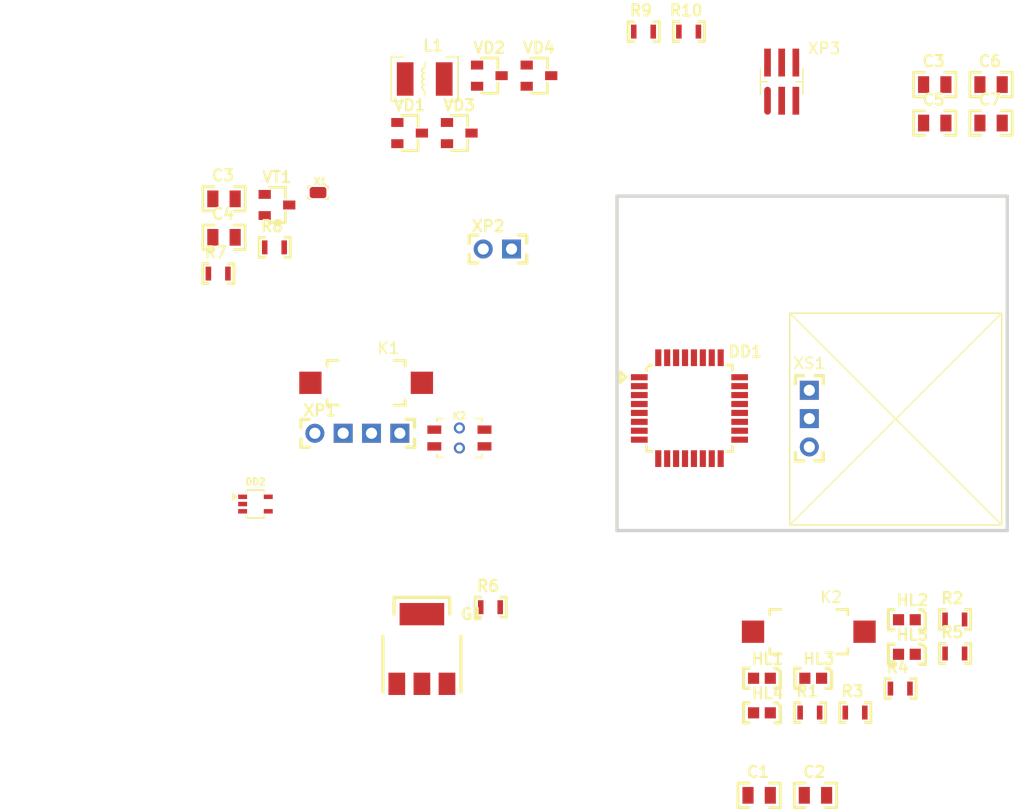
<source format=kicad_pcb>
(kicad_pcb (version 20171130) (host pcbnew "(5.1.2-1)-1")

  (general
    (thickness 1.6)
    (drawings 10)
    (tracks 0)
    (zones 0)
    (modules 40)
    (nets 68)
  )

  (page A4)
  (layers
    (0 F.Cu signal)
    (31 B.Cu signal)
    (32 B.Adhes user)
    (33 F.Adhes user)
    (34 B.Paste user)
    (35 F.Paste user)
    (36 B.SilkS user)
    (37 F.SilkS user)
    (38 B.Mask user)
    (39 F.Mask user)
    (40 Dwgs.User user)
    (41 Cmts.User user)
    (42 Eco1.User user)
    (43 Eco2.User user)
    (44 Edge.Cuts user)
    (45 Margin user)
    (46 B.CrtYd user)
    (47 F.CrtYd user)
    (48 B.Fab user)
    (49 F.Fab user)
  )

  (setup
    (last_trace_width 0.25)
    (trace_clearance 0.2)
    (zone_clearance 0.508)
    (zone_45_only no)
    (trace_min 0.2)
    (via_size 0.8)
    (via_drill 0.4)
    (via_min_size 0.4)
    (via_min_drill 0.3)
    (uvia_size 0.3)
    (uvia_drill 0.1)
    (uvias_allowed no)
    (uvia_min_size 0.2)
    (uvia_min_drill 0.1)
    (edge_width 0.05)
    (segment_width 0.2)
    (pcb_text_width 0.3)
    (pcb_text_size 1.5 1.5)
    (mod_edge_width 0.12)
    (mod_text_size 1 1)
    (mod_text_width 0.15)
    (pad_size 1.524 1.524)
    (pad_drill 0.762)
    (pad_to_mask_clearance 0.051)
    (solder_mask_min_width 0.25)
    (aux_axis_origin 0 0)
    (visible_elements FFFFFF7F)
    (pcbplotparams
      (layerselection 0x010fc_ffffffff)
      (usegerberextensions false)
      (usegerberattributes false)
      (usegerberadvancedattributes false)
      (creategerberjobfile false)
      (excludeedgelayer true)
      (linewidth 0.100000)
      (plotframeref false)
      (viasonmask false)
      (mode 1)
      (useauxorigin false)
      (hpglpennumber 1)
      (hpglpenspeed 20)
      (hpglpendiameter 15.000000)
      (psnegative false)
      (psa4output false)
      (plotreference true)
      (plotvalue true)
      (plotinvisibletext false)
      (padsonsilk false)
      (subtractmaskfromsilk false)
      (outputformat 1)
      (mirror false)
      (drillshape 1)
      (scaleselection 1)
      (outputdirectory ""))
  )

  (net 0 "")
  (net 1 "Net-(DD1-Pad32)")
  (net 2 "Net-(DD1-Pad31)")
  (net 3 "Net-(DD1-Pad30)")
  (net 4 "Net-(DD1-Pad29)")
  (net 5 "Net-(DD1-Pad28)")
  (net 6 "Net-(DD1-Pad27)")
  (net 7 "Net-(DD1-Pad26)")
  (net 8 "Net-(DD1-Pad25)")
  (net 9 "Net-(DD1-Pad24)")
  (net 10 "Net-(DD1-Pad23)")
  (net 11 "Net-(DD1-Pad22)")
  (net 12 "Net-(DD1-Pad21)")
  (net 13 "Net-(DD1-Pad20)")
  (net 14 "Net-(DD1-Pad19)")
  (net 15 "Net-(DD1-Pad18)")
  (net 16 "Net-(DD1-Pad17)")
  (net 17 "Net-(DD1-Pad16)")
  (net 18 "Net-(DD1-Pad15)")
  (net 19 "Net-(DD1-Pad14)")
  (net 20 "Net-(DD1-Pad13)")
  (net 21 "Net-(DD1-Pad12)")
  (net 22 "Net-(DD1-Pad11)")
  (net 23 "Net-(DD1-Pad10)")
  (net 24 "Net-(DD1-Pad9)")
  (net 25 "Net-(DD1-Pad8)")
  (net 26 "Net-(DD1-Pad7)")
  (net 27 "Net-(DD1-Pad6)")
  (net 28 "Net-(DD1-Pad5)")
  (net 29 "Net-(DD1-Pad4)")
  (net 30 "Net-(DD1-Pad3)")
  (net 31 "Net-(DD1-Pad2)")
  (net 32 "Net-(DD1-Pad1)")
  (net 33 "Net-(DD2-Pad5)")
  (net 34 "Net-(DD2-Pad1)")
  (net 35 "Net-(K1-Pad1)")
  (net 36 "Net-(K2-Pad2)")
  (net 37 "Net-(K2-Pad1)")
  (net 38 "Net-(K2-Pad3)")
  (net 39 "Net-(K2-Pad4)")
  (net 40 /MC_TX)
  (net 41 /MC_RX)
  (net 42 /GND)
  (net 43 /5V)
  (net 44 "Net-(HL1-Pad1)")
  (net 45 "Net-(HL2-Pad1)")
  (net 46 "Net-(HL3-Pad1)")
  (net 47 "Net-(HL4-Pad1)")
  (net 48 "Net-(HL5-Pad1)")
  (net 49 "Net-(R1-Pad1)")
  (net 50 "Net-(R2-Pad1)")
  (net 51 "Net-(R3-Pad1)")
  (net 52 "Net-(R4-Pad1)")
  (net 53 "Net-(R5-Pad1)")
  (net 54 /CHARGE_STATUS)
  (net 55 /V_BAT)
  (net 56 / PWR_CHARGE)
  (net 57 /MC_VCC)
  (net 58 "Net-(R7-Pad1)")
  (net 59 "Net-(VD1-Pad3)")
  (net 60 /USB_5V)
  (net 61 "Net-(L1-Pad1)")
  (net 62 "Net-(VD2-Pad3)")
  (net 63 /DATA)
  (net 64 /nRESET)
  (net 65 /SCK)
  (net 66 /MOSI)
  (net 67 /MISO)

  (net_class Default "Это класс цепей по умолчанию."
    (clearance 0.2)
    (trace_width 0.25)
    (via_dia 0.8)
    (via_drill 0.4)
    (uvia_dia 0.3)
    (uvia_drill 0.1)
    (add_net /5V)
    (add_net /CHARGE_STATUS)
    (add_net /DATA)
    (add_net /GND)
    (add_net /MC_RX)
    (add_net /MC_TX)
    (add_net /MC_VCC)
    (add_net /MISO)
    (add_net /MOSI)
    (add_net /SCK)
    (add_net /USB_5V)
    (add_net /V_BAT)
    (add_net /nRESET)
    (add_net / PWR_CHARGE)
    (add_net "Net-(DD1-Pad1)")
    (add_net "Net-(DD1-Pad10)")
    (add_net "Net-(DD1-Pad11)")
    (add_net "Net-(DD1-Pad12)")
    (add_net "Net-(DD1-Pad13)")
    (add_net "Net-(DD1-Pad14)")
    (add_net "Net-(DD1-Pad15)")
    (add_net "Net-(DD1-Pad16)")
    (add_net "Net-(DD1-Pad17)")
    (add_net "Net-(DD1-Pad18)")
    (add_net "Net-(DD1-Pad19)")
    (add_net "Net-(DD1-Pad2)")
    (add_net "Net-(DD1-Pad20)")
    (add_net "Net-(DD1-Pad21)")
    (add_net "Net-(DD1-Pad22)")
    (add_net "Net-(DD1-Pad23)")
    (add_net "Net-(DD1-Pad24)")
    (add_net "Net-(DD1-Pad25)")
    (add_net "Net-(DD1-Pad26)")
    (add_net "Net-(DD1-Pad27)")
    (add_net "Net-(DD1-Pad28)")
    (add_net "Net-(DD1-Pad29)")
    (add_net "Net-(DD1-Pad3)")
    (add_net "Net-(DD1-Pad30)")
    (add_net "Net-(DD1-Pad31)")
    (add_net "Net-(DD1-Pad32)")
    (add_net "Net-(DD1-Pad4)")
    (add_net "Net-(DD1-Pad5)")
    (add_net "Net-(DD1-Pad6)")
    (add_net "Net-(DD1-Pad7)")
    (add_net "Net-(DD1-Pad8)")
    (add_net "Net-(DD1-Pad9)")
    (add_net "Net-(DD2-Pad1)")
    (add_net "Net-(DD2-Pad5)")
    (add_net "Net-(HL1-Pad1)")
    (add_net "Net-(HL2-Pad1)")
    (add_net "Net-(HL3-Pad1)")
    (add_net "Net-(HL4-Pad1)")
    (add_net "Net-(HL5-Pad1)")
    (add_net "Net-(K1-Pad1)")
    (add_net "Net-(K2-Pad1)")
    (add_net "Net-(K2-Pad2)")
    (add_net "Net-(K2-Pad3)")
    (add_net "Net-(K2-Pad4)")
    (add_net "Net-(L1-Pad1)")
    (add_net "Net-(R1-Pad1)")
    (add_net "Net-(R2-Pad1)")
    (add_net "Net-(R3-Pad1)")
    (add_net "Net-(R4-Pad1)")
    (add_net "Net-(R5-Pad1)")
    (add_net "Net-(R7-Pad1)")
    (add_net "Net-(VD1-Pad3)")
    (add_net "Net-(VD2-Pad3)")
  )

  (module N_RLC:Резистор_SMD_0603_0,065_Вт (layer F.Cu) (tedit 5D8A71D3) (tstamp 601F3E21)
    (at 215.55 25.25)
    (path /60382610)
    (fp_text reference R10 (at 0.65 -1.9) (layer F.SilkS)
      (effects (font (size 1 1) (thickness 0.2)))
    )
    (fp_text value Резистор_0,065Вт (at 0.1524 2.5146) (layer F.Fab)
      (effects (font (size 1 1) (thickness 0.15)))
    )
    (fp_line (start 2.3 0.9) (end 1.8 0.9) (layer F.SilkS) (width 0.25))
    (fp_line (start 2.3 -0.9) (end 1.8 -0.9) (layer F.SilkS) (width 0.25))
    (fp_line (start 2.3 -0.9) (end 2.3 0.9) (layer F.SilkS) (width 0.25))
    (fp_line (start -0.5 0.9) (end 0 0.9) (layer F.SilkS) (width 0.25))
    (fp_line (start -0.5 -0.9) (end -0.5 0.9) (layer F.SilkS) (width 0.25))
    (fp_line (start -0.5 -0.9) (end 0 -0.9) (layer F.SilkS) (width 0.25))
    (pad 2 smd rect (at 1.75 0) (size 0.5 1.25) (layers F.Cu F.Paste F.Mask)
      (net 42 /GND) (clearance 0.2))
    (pad 1 smd rect (at 0 0) (size 0.5 1.25) (layers F.Cu F.Paste F.Mask)
      (net 33 "Net-(DD2-Pad5)") (clearance 0.2))
    (model ${N_3D}/CAP_0603.stp
      (offset (xyz 0.08 -0.55 0))
      (scale (xyz 1 1 1))
      (rotate (xyz 0 90 90))
    )
  )

  (module N_RLC:Резистор_SMD_0603_0,065_Вт (layer F.Cu) (tedit 5D8A71D3) (tstamp 601F3E15)
    (at 211.5 25.25)
    (path /6035ADCA)
    (fp_text reference R9 (at 0.65 -1.9) (layer F.SilkS)
      (effects (font (size 1 1) (thickness 0.2)))
    )
    (fp_text value Резистор_0,065Вт (at 0.1524 2.5146) (layer F.Fab)
      (effects (font (size 1 1) (thickness 0.15)))
    )
    (fp_line (start 2.3 0.9) (end 1.8 0.9) (layer F.SilkS) (width 0.25))
    (fp_line (start 2.3 -0.9) (end 1.8 -0.9) (layer F.SilkS) (width 0.25))
    (fp_line (start 2.3 -0.9) (end 2.3 0.9) (layer F.SilkS) (width 0.25))
    (fp_line (start -0.5 0.9) (end 0 0.9) (layer F.SilkS) (width 0.25))
    (fp_line (start -0.5 -0.9) (end -0.5 0.9) (layer F.SilkS) (width 0.25))
    (fp_line (start -0.5 -0.9) (end 0 -0.9) (layer F.SilkS) (width 0.25))
    (pad 2 smd rect (at 1.75 0) (size 0.5 1.25) (layers F.Cu F.Paste F.Mask)
      (net 43 /5V) (clearance 0.2))
    (pad 1 smd rect (at 0 0) (size 0.5 1.25) (layers F.Cu F.Paste F.Mask)
      (net 64 /nRESET) (clearance 0.2))
    (model ${N_3D}/CAP_0603.stp
      (offset (xyz 0.08 -0.55 0))
      (scale (xyz 1 1 1))
      (rotate (xyz 0 90 90))
    )
  )

  (module N_RLC:Конденсатор_SMD_0805 (layer F.Cu) (tedit 5C5F099F) (tstamp 601F3268)
    (at 242.55 33.45)
    (path /60301EB1)
    (fp_text reference C7 (at 0.9 -2.1) (layer F.SilkS)
      (effects (font (size 1 1) (thickness 0.2)))
    )
    (fp_text value Конденсатор_керамический (at 1.29 2.09) (layer F.Fab) hide
      (effects (font (size 2 1.6) (thickness 0.3)))
    )
    (fp_line (start -0.9 1.1) (end -0.9 -1.1) (layer F.SilkS) (width 0.25))
    (fp_line (start 2.9 -1.1) (end 2.9 1.1) (layer F.SilkS) (width 0.25))
    (fp_line (start -0.9 1.1) (end 0.1 1.1) (layer F.SilkS) (width 0.25))
    (fp_line (start 2.9 1.1) (end 1.9 1.1) (layer F.SilkS) (width 0.25))
    (fp_line (start 2.9 -1.1) (end 1.9 -1.1) (layer F.SilkS) (width 0.25))
    (fp_line (start -0.9 -1.1) (end 0.1 -1.1) (layer F.SilkS) (width 0.25))
    (pad 1 smd rect (at 0 0) (size 1 1.5) (layers F.Cu F.Paste F.Mask)
      (net 57 /MC_VCC) (clearance 0.2))
    (pad 2 smd rect (at 2 0) (size 1 1.5) (layers F.Cu F.Paste F.Mask)
      (net 42 /GND) (clearance 0.2))
    (model ${N_3D}/Res_0805.stp
      (offset (xyz 0.05 0.61 0))
      (scale (xyz 1 1 1))
      (rotate (xyz 0 0 90))
    )
  )

  (module N_RLC:Конденсатор_SMD_0805 (layer F.Cu) (tedit 5C5F099F) (tstamp 601F325C)
    (at 242.55 30)
    (path /60301E9D)
    (fp_text reference C6 (at 0.9 -2.1) (layer F.SilkS)
      (effects (font (size 1 1) (thickness 0.2)))
    )
    (fp_text value Конденсатор_керамический (at 1.29 2.09) (layer F.Fab) hide
      (effects (font (size 2 1.6) (thickness 0.3)))
    )
    (fp_line (start -0.9 1.1) (end -0.9 -1.1) (layer F.SilkS) (width 0.25))
    (fp_line (start 2.9 -1.1) (end 2.9 1.1) (layer F.SilkS) (width 0.25))
    (fp_line (start -0.9 1.1) (end 0.1 1.1) (layer F.SilkS) (width 0.25))
    (fp_line (start 2.9 1.1) (end 1.9 1.1) (layer F.SilkS) (width 0.25))
    (fp_line (start 2.9 -1.1) (end 1.9 -1.1) (layer F.SilkS) (width 0.25))
    (fp_line (start -0.9 -1.1) (end 0.1 -1.1) (layer F.SilkS) (width 0.25))
    (pad 1 smd rect (at 0 0) (size 1 1.5) (layers F.Cu F.Paste F.Mask)
      (net 57 /MC_VCC) (clearance 0.2))
    (pad 2 smd rect (at 2 0) (size 1 1.5) (layers F.Cu F.Paste F.Mask)
      (net 42 /GND) (clearance 0.2))
    (model ${N_3D}/Res_0805.stp
      (offset (xyz 0.05 0.61 0))
      (scale (xyz 1 1 1))
      (rotate (xyz 0 0 90))
    )
  )

  (module N_RLC:Конденсатор_SMD_0805 (layer F.Cu) (tedit 5C5F099F) (tstamp 601F3250)
    (at 237.5 33.45)
    (path /60301E92)
    (fp_text reference C5 (at 0.9 -2.1) (layer F.SilkS)
      (effects (font (size 1 1) (thickness 0.2)))
    )
    (fp_text value Конденсатор_керамический (at 1.29 2.09) (layer F.Fab) hide
      (effects (font (size 2 1.6) (thickness 0.3)))
    )
    (fp_line (start -0.9 1.1) (end -0.9 -1.1) (layer F.SilkS) (width 0.25))
    (fp_line (start 2.9 -1.1) (end 2.9 1.1) (layer F.SilkS) (width 0.25))
    (fp_line (start -0.9 1.1) (end 0.1 1.1) (layer F.SilkS) (width 0.25))
    (fp_line (start 2.9 1.1) (end 1.9 1.1) (layer F.SilkS) (width 0.25))
    (fp_line (start 2.9 -1.1) (end 1.9 -1.1) (layer F.SilkS) (width 0.25))
    (fp_line (start -0.9 -1.1) (end 0.1 -1.1) (layer F.SilkS) (width 0.25))
    (pad 1 smd rect (at 0 0) (size 1 1.5) (layers F.Cu F.Paste F.Mask)
      (net 57 /MC_VCC) (clearance 0.2))
    (pad 2 smd rect (at 2 0) (size 1 1.5) (layers F.Cu F.Paste F.Mask)
      (net 42 /GND) (clearance 0.2))
    (model ${N_3D}/Res_0805.stp
      (offset (xyz 0.05 0.61 0))
      (scale (xyz 1 1 1))
      (rotate (xyz 0 0 90))
    )
  )

  (module N_RLC:Конденсатор_SMD_0805 (layer F.Cu) (tedit 5C5F099F) (tstamp 601F322E)
    (at 237.5 30)
    (path /60301EC1)
    (fp_text reference C3 (at 0.9 -2.1) (layer F.SilkS)
      (effects (font (size 1 1) (thickness 0.2)))
    )
    (fp_text value Конденсатор_керамический (at 1.29 2.09) (layer F.Fab) hide
      (effects (font (size 2 1.6) (thickness 0.3)))
    )
    (fp_line (start -0.9 1.1) (end -0.9 -1.1) (layer F.SilkS) (width 0.25))
    (fp_line (start 2.9 -1.1) (end 2.9 1.1) (layer F.SilkS) (width 0.25))
    (fp_line (start -0.9 1.1) (end 0.1 1.1) (layer F.SilkS) (width 0.25))
    (fp_line (start 2.9 1.1) (end 1.9 1.1) (layer F.SilkS) (width 0.25))
    (fp_line (start 2.9 -1.1) (end 1.9 -1.1) (layer F.SilkS) (width 0.25))
    (fp_line (start -0.9 -1.1) (end 0.1 -1.1) (layer F.SilkS) (width 0.25))
    (pad 1 smd rect (at 0 0) (size 1 1.5) (layers F.Cu F.Paste F.Mask)
      (net 57 /MC_VCC) (clearance 0.2))
    (pad 2 smd rect (at 2 0) (size 1 1.5) (layers F.Cu F.Paste F.Mask)
      (net 42 /GND) (clearance 0.2))
    (model ${N_3D}/Res_0805.stp
      (offset (xyz 0.05 0.61 0))
      (scale (xyz 1 1 1))
      (rotate (xyz 0 0 90))
    )
  )

  (module N_X:Розетка_PBS3_вертикальная (layer F.Cu) (tedit 5C2922EB) (tstamp 601F2D04)
    (at 227.25 62.5 90)
    (path /602FC8D1)
    (fp_text reference XS1 (at 7.5 0 180) (layer F.SilkS)
      (effects (font (size 1 1) (thickness 0.15)))
    )
    (fp_text value Розетка_PBS3 (at 3 5.5 90) (layer F.Fab)
      (effects (font (size 1 1) (thickness 0.15)))
    )
    (fp_line (start 5.65 -1.25) (end 6.4 -1.25) (layer F.SilkS) (width 0.3))
    (fp_line (start 6.4 1.25) (end 5.65 1.25) (layer F.SilkS) (width 0.3))
    (fp_line (start -1.25 1.25) (end -0.5 1.25) (layer F.SilkS) (width 0.3))
    (fp_line (start 6.4 -1.25) (end 6.4 -0.5) (layer F.SilkS) (width 0.3))
    (fp_line (start 6.4 0.5) (end 6.4 1.25) (layer F.SilkS) (width 0.3))
    (fp_line (start -1.25 0.5) (end -1.25 1.25) (layer F.SilkS) (width 0.3))
    (fp_line (start -1.25 -1.25) (end -1.25 -0.5) (layer F.SilkS) (width 0.3))
    (fp_line (start -1.25 -1.25) (end -0.5 -1.25) (layer F.SilkS) (width 0.3))
    (pad 3 thru_hole rect (at 5.08 0 90) (size 1.7 1.7) (drill 1) (layers *.Cu *.Mask)
      (net 63 /DATA))
    (pad 2 thru_hole rect (at 2.54 0 90) (size 1.7 1.7) (drill 1) (layers *.Cu *.Mask)
      (net 42 /GND))
    (pad 1 thru_hole circle (at 0 0 90) (size 1.7 1.7) (drill 1) (layers *.Cu *.Mask)
      (net 57 /MC_VCC))
    (model ${N_3D}/rosetka_PBS-1x01.stp
      (at (xyz 0 0 0))
      (scale (xyz 1 1 1))
      (rotate (xyz 0 0 180))
    )
    (model ${N_3D}/rosetka_PBS-1x01.stp
      (offset (xyz 2.54 0 0))
      (scale (xyz 1 1 1))
      (rotate (xyz 0 0 180))
    )
    (model ${N_3D}/rosetka_PBS-1x01.stp
      (offset (xyz 5.08 0 0))
      (scale (xyz 1 1 1))
      (rotate (xyz 0 0 180))
    )
  )

  (module N_X:Вилка_PLLD6_угловая_вертикальная (layer F.Cu) (tedit 5E2C1D20) (tstamp 601F2441)
    (at 223.5 30.5)
    (path /602F8775)
    (fp_text reference XP3 (at 5.075 -3.746) (layer F.SilkS)
      (effects (font (size 1 1) (thickness 0.15)))
    )
    (fp_text value Вилка_PLD6_ПРОГ (at 3 5.5) (layer F.Fab)
      (effects (font (size 1 1) (thickness 0.15)))
    )
    (fp_line (start 3.175 -0.762) (end 3.175 -1.905) (layer F.SilkS) (width 0.12))
    (fp_line (start 3.175 0.381) (end 3.175 -0.762) (layer F.SilkS) (width 0.12))
    (fp_line (start -0.635 0.381) (end -0.635 -0.762) (layer F.SilkS) (width 0.12))
    (fp_line (start -0.635 -0.762) (end -0.635 -1.905) (layer F.SilkS) (width 0.12))
    (fp_line (start 2.54 -0.762) (end 3.175 -0.762) (layer F.SilkS) (width 0.12))
    (fp_line (start 0 -0.762) (end -0.635 -0.762) (layer F.SilkS) (width 0.12))
    (pad 6 smd rect (at 2.54 -1.524 180) (size 0.6 2.5) (drill (offset 0 0.95)) (layers F.Cu F.Paste F.Mask)
      (net 42 /GND))
    (pad 5 smd rect (at 2.54 0) (size 0.6 2.5) (drill (offset 0 0.95)) (layers F.Cu F.Paste F.Mask)
      (net 64 /nRESET))
    (pad 3 smd rect (at 1.27 0) (size 0.6 2.5) (drill (offset 0 0.95)) (layers F.Cu F.Paste F.Mask)
      (net 65 /SCK))
    (pad 4 smd rect (at 1.27 -1.524 180) (size 0.6 2.5) (drill (offset 0 0.95)) (layers F.Cu F.Paste F.Mask)
      (net 66 /MOSI))
    (pad 2 smd rect (at 0 -1.524 180) (size 0.6 2.5) (drill (offset 0 0.95)) (layers F.Cu F.Paste F.Mask)
      (net 43 /5V))
    (pad 1 smd oval (at 0 0) (size 0.6 2.5) (drill (offset 0 0.95)) (layers F.Cu F.Paste F.Mask)
      (net 67 /MISO))
    (model ${N_3D}/X/PLLD1_27-xx-S.step
      (offset (xyz 0 0.85 0))
      (scale (xyz 1 1 1))
      (rotate (xyz 0 0 0))
    )
  )

  (module N_X:Вилка_PLS2_вертикальная (layer F.Cu) (tedit 5D4C4A87) (tstamp 601F117F)
    (at 198 44.75)
    (path /60288A71)
    (fp_text reference XP2 (at 0.45 -2.05) (layer F.SilkS)
      (effects (font (size 1 1) (thickness 0.2)))
    )
    (fp_text value Вилка_PLS2 (at 2 2.5) (layer F.Fab)
      (effects (font (size 1 1) (thickness 0.15)))
    )
    (fp_line (start 3.15 -1.25) (end 3.9 -1.25) (layer F.SilkS) (width 0.3))
    (fp_line (start 3.9 1.25) (end 3.15 1.25) (layer F.SilkS) (width 0.3))
    (fp_line (start -1.25 1.25) (end -0.5 1.25) (layer F.SilkS) (width 0.3))
    (fp_line (start 3.9 -1.25) (end 3.9 -0.5) (layer F.SilkS) (width 0.3))
    (fp_line (start 3.9 0.5) (end 3.9 1.25) (layer F.SilkS) (width 0.3))
    (fp_line (start -1.25 0.5) (end -1.25 1.25) (layer F.SilkS) (width 0.3))
    (fp_line (start -1.25 -1.25) (end -1.25 -0.5) (layer F.SilkS) (width 0.3))
    (fp_line (start -1.25 -1.25) (end -0.5 -1.25) (layer F.SilkS) (width 0.3))
    (pad 2 thru_hole rect (at 2.54 0) (size 1.7 1.7) (drill 1) (layers *.Cu *.Mask)
      (net 62 "Net-(VD2-Pad3)"))
    (pad 1 thru_hole circle (at 0 0) (size 1.7 1.7) (drill 1) (layers *.Cu *.Mask)
      (net 59 "Net-(VD1-Pad3)"))
    (model ${N_3D}/single_pls1.stp
      (offset (xyz -1.25 -1.25 0))
      (scale (xyz 1 1 1))
      (rotate (xyz -90 0 0))
    )
    (model ${N_3D}/single_pls1.stp
      (offset (xyz 1.29 -1.25 0))
      (scale (xyz 1 1 1))
      (rotate (xyz -90 0 0))
    )
  )

  (module N_VD_HL:Транзистор_IRLML6344TR_SOT-23 (layer F.Cu) (tedit 5C97DFC7) (tstamp 601F0077)
    (at 203 29.2)
    (descr "SOT-23, Single Diode")
    (tags SOT-23)
    (path /6029DEF8)
    (attr smd)
    (fp_text reference VD4 (at 0 -2.5) (layer F.SilkS)
      (effects (font (size 1 1) (thickness 0.2)))
    )
    (fp_text value Диоды_шоттки_BAR43CFILM (at 0 2.5) (layer F.Fab)
      (effects (font (size 1 1) (thickness 0.15)))
    )
    (fp_line (start 0.76 -1.58) (end -0.7 -1.58) (layer F.SilkS) (width 0.25))
    (fp_line (start 0.15 0.25) (end 0.15 0.65) (layer F.Fab) (width 0.1))
    (fp_line (start 0.15 0.45) (end -0.15 0.25) (layer F.Fab) (width 0.1))
    (fp_line (start 0.15 0.45) (end 0.4 0.45) (layer F.Fab) (width 0.1))
    (fp_line (start -0.15 0.25) (end -0.15 0.65) (layer F.Fab) (width 0.1))
    (fp_line (start -0.15 0.45) (end -0.4 0.45) (layer F.Fab) (width 0.1))
    (fp_line (start -0.15 0.65) (end 0.15 0.45) (layer F.Fab) (width 0.1))
    (fp_line (start 0.76 1.58) (end -0.7 1.58) (layer F.SilkS) (width 0.25))
    (fp_line (start -0.7 -1.52) (end -0.7 1.52) (layer F.Fab) (width 0.1))
    (fp_line (start -0.7 -1.52) (end 0.7 -1.52) (layer F.Fab) (width 0.1))
    (fp_line (start -1.7 1.75) (end -1.7 -1.75) (layer F.CrtYd) (width 0.05))
    (fp_line (start 1.7 1.75) (end -1.7 1.75) (layer F.CrtYd) (width 0.05))
    (fp_line (start 1.7 -1.75) (end 1.7 1.75) (layer F.CrtYd) (width 0.05))
    (fp_line (start -1.7 -1.75) (end 1.7 -1.75) (layer F.CrtYd) (width 0.05))
    (fp_line (start -0.7 1.52) (end 0.7 1.52) (layer F.Fab) (width 0.1))
    (fp_line (start 0.7 -1.52) (end 0.7 1.52) (layer F.Fab) (width 0.1))
    (fp_line (start 0.76 -1.58) (end 0.76 -0.65) (layer F.SilkS) (width 0.25))
    (fp_line (start 0.76 1.58) (end 0.76 0.65) (layer F.SilkS) (width 0.25))
    (fp_line (start 0.15 -0.65) (end 0.15 -0.25) (layer F.Fab) (width 0.1))
    (fp_line (start 0.15 -0.45) (end 0.4 -0.45) (layer F.Fab) (width 0.1))
    (fp_line (start 0.15 -0.45) (end -0.15 -0.65) (layer F.Fab) (width 0.1))
    (fp_line (start -0.15 -0.65) (end -0.15 -0.25) (layer F.Fab) (width 0.1))
    (fp_line (start -0.15 -0.25) (end 0.15 -0.45) (layer F.Fab) (width 0.1))
    (fp_line (start -0.15 -0.45) (end -0.4 -0.45) (layer F.Fab) (width 0.1))
    (fp_text user %R (at 0 -2.5) (layer F.Fab)
      (effects (font (size 1 1) (thickness 0.15)))
    )
    (pad 3 smd rect (at 1.1 0) (size 1.1 0.8) (layers F.Cu F.Paste F.Mask)
      (net 61 "Net-(L1-Pad1)"))
    (pad 2 smd rect (at -1.1 0.95) (size 1.1 0.8) (layers F.Cu F.Paste F.Mask)
      (net 62 "Net-(VD2-Pad3)"))
    (pad 1 smd rect (at -1.1 -0.95) (size 1.1 0.8) (layers F.Cu F.Paste F.Mask)
      (net 62 "Net-(VD2-Pad3)"))
    (model ${N_3D}/SOT-23.step
      (offset (xyz 0 0 0.57))
      (scale (xyz 1 1 1))
      (rotate (xyz -90 0 -90))
    )
  )

  (module N_VD_HL:Транзистор_IRLML6344TR_SOT-23 (layer F.Cu) (tedit 5C97DFC7) (tstamp 601F0057)
    (at 195.85 34.35)
    (descr "SOT-23, Single Diode")
    (tags SOT-23)
    (path /6029A90B)
    (attr smd)
    (fp_text reference VD3 (at 0 -2.5) (layer F.SilkS)
      (effects (font (size 1 1) (thickness 0.2)))
    )
    (fp_text value Диоды_шоттки_BAR43CFILM (at 0 2.5) (layer F.Fab)
      (effects (font (size 1 1) (thickness 0.15)))
    )
    (fp_line (start 0.76 -1.58) (end -0.7 -1.58) (layer F.SilkS) (width 0.25))
    (fp_line (start 0.15 0.25) (end 0.15 0.65) (layer F.Fab) (width 0.1))
    (fp_line (start 0.15 0.45) (end -0.15 0.25) (layer F.Fab) (width 0.1))
    (fp_line (start 0.15 0.45) (end 0.4 0.45) (layer F.Fab) (width 0.1))
    (fp_line (start -0.15 0.25) (end -0.15 0.65) (layer F.Fab) (width 0.1))
    (fp_line (start -0.15 0.45) (end -0.4 0.45) (layer F.Fab) (width 0.1))
    (fp_line (start -0.15 0.65) (end 0.15 0.45) (layer F.Fab) (width 0.1))
    (fp_line (start 0.76 1.58) (end -0.7 1.58) (layer F.SilkS) (width 0.25))
    (fp_line (start -0.7 -1.52) (end -0.7 1.52) (layer F.Fab) (width 0.1))
    (fp_line (start -0.7 -1.52) (end 0.7 -1.52) (layer F.Fab) (width 0.1))
    (fp_line (start -1.7 1.75) (end -1.7 -1.75) (layer F.CrtYd) (width 0.05))
    (fp_line (start 1.7 1.75) (end -1.7 1.75) (layer F.CrtYd) (width 0.05))
    (fp_line (start 1.7 -1.75) (end 1.7 1.75) (layer F.CrtYd) (width 0.05))
    (fp_line (start -1.7 -1.75) (end 1.7 -1.75) (layer F.CrtYd) (width 0.05))
    (fp_line (start -0.7 1.52) (end 0.7 1.52) (layer F.Fab) (width 0.1))
    (fp_line (start 0.7 -1.52) (end 0.7 1.52) (layer F.Fab) (width 0.1))
    (fp_line (start 0.76 -1.58) (end 0.76 -0.65) (layer F.SilkS) (width 0.25))
    (fp_line (start 0.76 1.58) (end 0.76 0.65) (layer F.SilkS) (width 0.25))
    (fp_line (start 0.15 -0.65) (end 0.15 -0.25) (layer F.Fab) (width 0.1))
    (fp_line (start 0.15 -0.45) (end 0.4 -0.45) (layer F.Fab) (width 0.1))
    (fp_line (start 0.15 -0.45) (end -0.15 -0.65) (layer F.Fab) (width 0.1))
    (fp_line (start -0.15 -0.65) (end -0.15 -0.25) (layer F.Fab) (width 0.1))
    (fp_line (start -0.15 -0.25) (end 0.15 -0.45) (layer F.Fab) (width 0.1))
    (fp_line (start -0.15 -0.45) (end -0.4 -0.45) (layer F.Fab) (width 0.1))
    (fp_text user %R (at 0 -2.5) (layer F.Fab)
      (effects (font (size 1 1) (thickness 0.15)))
    )
    (pad 3 smd rect (at 1.1 0) (size 1.1 0.8) (layers F.Cu F.Paste F.Mask)
      (net 61 "Net-(L1-Pad1)"))
    (pad 2 smd rect (at -1.1 0.95) (size 1.1 0.8) (layers F.Cu F.Paste F.Mask)
      (net 59 "Net-(VD1-Pad3)"))
    (pad 1 smd rect (at -1.1 -0.95) (size 1.1 0.8) (layers F.Cu F.Paste F.Mask)
      (net 59 "Net-(VD1-Pad3)"))
    (model ${N_3D}/SOT-23.step
      (offset (xyz 0 0 0.57))
      (scale (xyz 1 1 1))
      (rotate (xyz -90 0 -90))
    )
  )

  (module N_VD_HL:Транзистор_IRLML6344TR_SOT-23 (layer F.Cu) (tedit 5C97DFC7) (tstamp 601F0037)
    (at 198.55 29.2)
    (descr "SOT-23, Single Diode")
    (tags SOT-23)
    (path /6029DEEE)
    (attr smd)
    (fp_text reference VD2 (at 0 -2.5) (layer F.SilkS)
      (effects (font (size 1 1) (thickness 0.2)))
    )
    (fp_text value Диоды_шоттки_BAR43CFILM (at 0 2.5) (layer F.Fab)
      (effects (font (size 1 1) (thickness 0.15)))
    )
    (fp_line (start 0.76 -1.58) (end -0.7 -1.58) (layer F.SilkS) (width 0.25))
    (fp_line (start 0.15 0.25) (end 0.15 0.65) (layer F.Fab) (width 0.1))
    (fp_line (start 0.15 0.45) (end -0.15 0.25) (layer F.Fab) (width 0.1))
    (fp_line (start 0.15 0.45) (end 0.4 0.45) (layer F.Fab) (width 0.1))
    (fp_line (start -0.15 0.25) (end -0.15 0.65) (layer F.Fab) (width 0.1))
    (fp_line (start -0.15 0.45) (end -0.4 0.45) (layer F.Fab) (width 0.1))
    (fp_line (start -0.15 0.65) (end 0.15 0.45) (layer F.Fab) (width 0.1))
    (fp_line (start 0.76 1.58) (end -0.7 1.58) (layer F.SilkS) (width 0.25))
    (fp_line (start -0.7 -1.52) (end -0.7 1.52) (layer F.Fab) (width 0.1))
    (fp_line (start -0.7 -1.52) (end 0.7 -1.52) (layer F.Fab) (width 0.1))
    (fp_line (start -1.7 1.75) (end -1.7 -1.75) (layer F.CrtYd) (width 0.05))
    (fp_line (start 1.7 1.75) (end -1.7 1.75) (layer F.CrtYd) (width 0.05))
    (fp_line (start 1.7 -1.75) (end 1.7 1.75) (layer F.CrtYd) (width 0.05))
    (fp_line (start -1.7 -1.75) (end 1.7 -1.75) (layer F.CrtYd) (width 0.05))
    (fp_line (start -0.7 1.52) (end 0.7 1.52) (layer F.Fab) (width 0.1))
    (fp_line (start 0.7 -1.52) (end 0.7 1.52) (layer F.Fab) (width 0.1))
    (fp_line (start 0.76 -1.58) (end 0.76 -0.65) (layer F.SilkS) (width 0.25))
    (fp_line (start 0.76 1.58) (end 0.76 0.65) (layer F.SilkS) (width 0.25))
    (fp_line (start 0.15 -0.65) (end 0.15 -0.25) (layer F.Fab) (width 0.1))
    (fp_line (start 0.15 -0.45) (end 0.4 -0.45) (layer F.Fab) (width 0.1))
    (fp_line (start 0.15 -0.45) (end -0.15 -0.65) (layer F.Fab) (width 0.1))
    (fp_line (start -0.15 -0.65) (end -0.15 -0.25) (layer F.Fab) (width 0.1))
    (fp_line (start -0.15 -0.25) (end 0.15 -0.45) (layer F.Fab) (width 0.1))
    (fp_line (start -0.15 -0.45) (end -0.4 -0.45) (layer F.Fab) (width 0.1))
    (fp_text user %R (at 0 -2.5) (layer F.Fab)
      (effects (font (size 1 1) (thickness 0.15)))
    )
    (pad 3 smd rect (at 1.1 0) (size 1.1 0.8) (layers F.Cu F.Paste F.Mask)
      (net 62 "Net-(VD2-Pad3)"))
    (pad 2 smd rect (at -1.1 0.95) (size 1.1 0.8) (layers F.Cu F.Paste F.Mask)
      (net 42 /GND))
    (pad 1 smd rect (at -1.1 -0.95) (size 1.1 0.8) (layers F.Cu F.Paste F.Mask)
      (net 42 /GND))
    (model ${N_3D}/SOT-23.step
      (offset (xyz 0 0 0.57))
      (scale (xyz 1 1 1))
      (rotate (xyz -90 0 -90))
    )
  )

  (module N_VD_HL:Транзистор_IRLML6344TR_SOT-23 (layer F.Cu) (tedit 5C97DFC7) (tstamp 601F0017)
    (at 191.4 34.35)
    (descr "SOT-23, Single Diode")
    (tags SOT-23)
    (path /60299505)
    (attr smd)
    (fp_text reference VD1 (at 0 -2.5) (layer F.SilkS)
      (effects (font (size 1 1) (thickness 0.2)))
    )
    (fp_text value Диоды_шоттки_BAR43CFILM (at 0 2.5) (layer F.Fab)
      (effects (font (size 1 1) (thickness 0.15)))
    )
    (fp_line (start 0.76 -1.58) (end -0.7 -1.58) (layer F.SilkS) (width 0.25))
    (fp_line (start 0.15 0.25) (end 0.15 0.65) (layer F.Fab) (width 0.1))
    (fp_line (start 0.15 0.45) (end -0.15 0.25) (layer F.Fab) (width 0.1))
    (fp_line (start 0.15 0.45) (end 0.4 0.45) (layer F.Fab) (width 0.1))
    (fp_line (start -0.15 0.25) (end -0.15 0.65) (layer F.Fab) (width 0.1))
    (fp_line (start -0.15 0.45) (end -0.4 0.45) (layer F.Fab) (width 0.1))
    (fp_line (start -0.15 0.65) (end 0.15 0.45) (layer F.Fab) (width 0.1))
    (fp_line (start 0.76 1.58) (end -0.7 1.58) (layer F.SilkS) (width 0.25))
    (fp_line (start -0.7 -1.52) (end -0.7 1.52) (layer F.Fab) (width 0.1))
    (fp_line (start -0.7 -1.52) (end 0.7 -1.52) (layer F.Fab) (width 0.1))
    (fp_line (start -1.7 1.75) (end -1.7 -1.75) (layer F.CrtYd) (width 0.05))
    (fp_line (start 1.7 1.75) (end -1.7 1.75) (layer F.CrtYd) (width 0.05))
    (fp_line (start 1.7 -1.75) (end 1.7 1.75) (layer F.CrtYd) (width 0.05))
    (fp_line (start -1.7 -1.75) (end 1.7 -1.75) (layer F.CrtYd) (width 0.05))
    (fp_line (start -0.7 1.52) (end 0.7 1.52) (layer F.Fab) (width 0.1))
    (fp_line (start 0.7 -1.52) (end 0.7 1.52) (layer F.Fab) (width 0.1))
    (fp_line (start 0.76 -1.58) (end 0.76 -0.65) (layer F.SilkS) (width 0.25))
    (fp_line (start 0.76 1.58) (end 0.76 0.65) (layer F.SilkS) (width 0.25))
    (fp_line (start 0.15 -0.65) (end 0.15 -0.25) (layer F.Fab) (width 0.1))
    (fp_line (start 0.15 -0.45) (end 0.4 -0.45) (layer F.Fab) (width 0.1))
    (fp_line (start 0.15 -0.45) (end -0.15 -0.65) (layer F.Fab) (width 0.1))
    (fp_line (start -0.15 -0.65) (end -0.15 -0.25) (layer F.Fab) (width 0.1))
    (fp_line (start -0.15 -0.25) (end 0.15 -0.45) (layer F.Fab) (width 0.1))
    (fp_line (start -0.15 -0.45) (end -0.4 -0.45) (layer F.Fab) (width 0.1))
    (fp_text user %R (at 0 -2.5) (layer F.Fab)
      (effects (font (size 1 1) (thickness 0.15)))
    )
    (pad 3 smd rect (at 1.1 0) (size 1.1 0.8) (layers F.Cu F.Paste F.Mask)
      (net 59 "Net-(VD1-Pad3)"))
    (pad 2 smd rect (at -1.1 0.95) (size 1.1 0.8) (layers F.Cu F.Paste F.Mask)
      (net 42 /GND))
    (pad 1 smd rect (at -1.1 -0.95) (size 1.1 0.8) (layers F.Cu F.Paste F.Mask)
      (net 42 /GND))
    (model ${N_3D}/SOT-23.step
      (offset (xyz 0 0 0.57))
      (scale (xyz 1 1 1))
      (rotate (xyz -90 0 -90))
    )
  )

  (module N_RLC:Чип-индуктивность_SMD_1210 (layer F.Cu) (tedit 601EF5DC) (tstamp 601EFF47)
    (at 191 29.5)
    (path /602CFCD7)
    (fp_text reference L1 (at 2.5 -3 180) (layer F.SilkS)
      (effects (font (size 1 1) (thickness 0.2)))
    )
    (fp_text value Чип-индуктивность_CM322522-100KL (at 2.55 3.55) (layer F.Fab)
      (effects (font (size 1 1) (thickness 0.15)))
    )
    (fp_line (start 1.75 1.5) (end 1.75 1) (layer F.SilkS) (width 0.15))
    (fp_line (start 1.75 -1) (end 1.75 -1.5) (layer F.SilkS) (width 0.15))
    (fp_arc (start 1.75 -0.75) (end 1.75 -1) (angle -180) (layer F.SilkS) (width 0.15))
    (fp_arc (start 1.75 0.75) (end 1.75 0.5) (angle -180) (layer F.SilkS) (width 0.15))
    (fp_arc (start 1.75 -0.25) (end 1.75 -0.5) (angle -180) (layer F.SilkS) (width 0.15))
    (fp_arc (start 1.75 0.25) (end 1.75 0) (angle -180) (layer F.SilkS) (width 0.15))
    (fp_line (start 4.75 2) (end 3.65 2) (layer F.SilkS) (width 0.15))
    (fp_line (start 4.75 -2) (end 4.75 2) (layer F.SilkS) (width 0.15))
    (fp_line (start -1.25 -2) (end -1.25 2) (layer F.SilkS) (width 0.15))
    (fp_line (start -1.25 -2) (end -0.15 -2) (layer F.SilkS) (width 0.15))
    (fp_line (start -1.25 2) (end -0.15 2) (layer F.SilkS) (width 0.15))
    (fp_line (start 4.75 -2) (end 3.65 -2) (layer F.SilkS) (width 0.15))
    (pad 2 smd rect (at 3.5 0) (size 1.5 3) (layers F.Cu F.Paste F.Mask)
      (net 56 / PWR_CHARGE) (clearance 0.2))
    (pad 1 smd rect (at 0 0) (size 1.5 3) (layers F.Cu F.Paste F.Mask)
      (net 61 "Net-(L1-Pad1)") (clearance 0.2))
    (model ${N_3D}/Cap_1210.stp
      (offset (xyz 0.1 -1.25 2))
      (scale (xyz 1 1 1))
      (rotate (xyz 90 0 0))
    )
  )

  (module N_X:Пробник (layer F.Cu) (tedit 5E81F7E4) (tstamp 601EF59C)
    (at 183.185 39.685)
    (path /6023AF3D)
    (fp_text reference X1 (at 0.2 -1) (layer F.SilkS)
      (effects (font (size 0.6 0.6) (thickness 0.15)))
    )
    (fp_text value Check_point (at 0.25 3) (layer F.Fab)
      (effects (font (size 1 1) (thickness 0.15)))
    )
    (fp_poly (pts (xy -0.75 -0.5) (xy 0.75 -0.5) (xy 0.75 0.5) (xy -0.75 0.5)) (layer F.Mask) (width 0.1))
    (fp_poly (pts (xy -0.5 -0.5) (xy 0.5 -0.5) (xy 0.5 0.5) (xy -0.5 0.5)) (layer F.Cu) (width 0))
    (fp_line (start 0.9 0.6) (end 0.9 0.35) (layer F.SilkS) (width 0.12))
    (fp_line (start 0.65 0.6) (end 0.9 0.6) (layer F.SilkS) (width 0.12))
    (fp_line (start 0.9 -0.6) (end 0.9 -0.35) (layer F.SilkS) (width 0.12))
    (fp_line (start 0.65 -0.6) (end 0.9 -0.6) (layer F.SilkS) (width 0.12))
    (fp_line (start -0.9 0.6) (end -0.65 0.6) (layer F.SilkS) (width 0.12))
    (fp_line (start -0.9 0.35) (end -0.9 0.6) (layer F.SilkS) (width 0.12))
    (fp_line (start -0.9 -0.6) (end -0.65 -0.6) (layer F.SilkS) (width 0.12))
    (fp_line (start -0.9 -0.35) (end -0.9 -0.6) (layer F.SilkS) (width 0.12))
    (pad 2 smd oval (at 0.5 0) (size 0.5 1) (layers F.Cu F.Paste F.Mask)
      (net 57 /MC_VCC))
    (pad 1 smd oval (at -0.5 0) (size 0.5 1) (layers F.Cu F.Paste F.Mask)
      (net 55 /V_BAT))
  )

  (module N_VD_HL:Транзистор_IRLML6344TR_SOT-23 (layer F.Cu) (tedit 5C97DFC7) (tstamp 601EF6AB)
    (at 179.5 40.8)
    (descr "SOT-23, Single Diode")
    (tags SOT-23)
    (path /6022CC92)
    (attr smd)
    (fp_text reference VT1 (at 0 -2.5) (layer F.SilkS)
      (effects (font (size 1 1) (thickness 0.2)))
    )
    (fp_text value "Транзистор_полевой_P-канал(IRLML2246TRPBF)" (at 0 2.5) (layer F.Fab)
      (effects (font (size 1 1) (thickness 0.15)))
    )
    (fp_line (start 0.76 -1.58) (end -0.7 -1.58) (layer F.SilkS) (width 0.25))
    (fp_line (start 0.15 0.25) (end 0.15 0.65) (layer F.Fab) (width 0.1))
    (fp_line (start 0.15 0.45) (end -0.15 0.25) (layer F.Fab) (width 0.1))
    (fp_line (start 0.15 0.45) (end 0.4 0.45) (layer F.Fab) (width 0.1))
    (fp_line (start -0.15 0.25) (end -0.15 0.65) (layer F.Fab) (width 0.1))
    (fp_line (start -0.15 0.45) (end -0.4 0.45) (layer F.Fab) (width 0.1))
    (fp_line (start -0.15 0.65) (end 0.15 0.45) (layer F.Fab) (width 0.1))
    (fp_line (start 0.76 1.58) (end -0.7 1.58) (layer F.SilkS) (width 0.25))
    (fp_line (start -0.7 -1.52) (end -0.7 1.52) (layer F.Fab) (width 0.1))
    (fp_line (start -0.7 -1.52) (end 0.7 -1.52) (layer F.Fab) (width 0.1))
    (fp_line (start -1.7 1.75) (end -1.7 -1.75) (layer F.CrtYd) (width 0.05))
    (fp_line (start 1.7 1.75) (end -1.7 1.75) (layer F.CrtYd) (width 0.05))
    (fp_line (start 1.7 -1.75) (end 1.7 1.75) (layer F.CrtYd) (width 0.05))
    (fp_line (start -1.7 -1.75) (end 1.7 -1.75) (layer F.CrtYd) (width 0.05))
    (fp_line (start -0.7 1.52) (end 0.7 1.52) (layer F.Fab) (width 0.1))
    (fp_line (start 0.7 -1.52) (end 0.7 1.52) (layer F.Fab) (width 0.1))
    (fp_line (start 0.76 -1.58) (end 0.76 -0.65) (layer F.SilkS) (width 0.25))
    (fp_line (start 0.76 1.58) (end 0.76 0.65) (layer F.SilkS) (width 0.25))
    (fp_line (start 0.15 -0.65) (end 0.15 -0.25) (layer F.Fab) (width 0.1))
    (fp_line (start 0.15 -0.45) (end 0.4 -0.45) (layer F.Fab) (width 0.1))
    (fp_line (start 0.15 -0.45) (end -0.15 -0.65) (layer F.Fab) (width 0.1))
    (fp_line (start -0.15 -0.65) (end -0.15 -0.25) (layer F.Fab) (width 0.1))
    (fp_line (start -0.15 -0.25) (end 0.15 -0.45) (layer F.Fab) (width 0.1))
    (fp_line (start -0.15 -0.45) (end -0.4 -0.45) (layer F.Fab) (width 0.1))
    (fp_text user %R (at 0 -2.5) (layer F.Fab)
      (effects (font (size 1 1) (thickness 0.15)))
    )
    (pad 3 smd rect (at 1.1 0) (size 1.1 0.8) (layers F.Cu F.Paste F.Mask)
      (net 60 /USB_5V))
    (pad 2 smd rect (at -1.1 0.95) (size 1.1 0.8) (layers F.Cu F.Paste F.Mask)
      (net 43 /5V))
    (pad 1 smd rect (at -1.1 -0.95) (size 1.1 0.8) (layers F.Cu F.Paste F.Mask)
      (net 58 "Net-(R7-Pad1)"))
    (model ${N_3D}/SOT-23.step
      (offset (xyz 0 0 0.57))
      (scale (xyz 1 1 1))
      (rotate (xyz -90 0 -90))
    )
  )

  (module N_RLC:Резистор_SMD_0603_0,065_Вт (layer F.Cu) (tedit 5D8A71D3) (tstamp 601EF554)
    (at 178.4 44.6)
    (path /6028B370)
    (fp_text reference R8 (at 0.65 -1.9) (layer F.SilkS)
      (effects (font (size 1 1) (thickness 0.2)))
    )
    (fp_text value Резистор_0,065Вт (at 0.1524 2.5146) (layer F.Fab)
      (effects (font (size 1 1) (thickness 0.15)))
    )
    (fp_line (start 2.3 0.9) (end 1.8 0.9) (layer F.SilkS) (width 0.25))
    (fp_line (start 2.3 -0.9) (end 1.8 -0.9) (layer F.SilkS) (width 0.25))
    (fp_line (start 2.3 -0.9) (end 2.3 0.9) (layer F.SilkS) (width 0.25))
    (fp_line (start -0.5 0.9) (end 0 0.9) (layer F.SilkS) (width 0.25))
    (fp_line (start -0.5 -0.9) (end -0.5 0.9) (layer F.SilkS) (width 0.25))
    (fp_line (start -0.5 -0.9) (end 0 -0.9) (layer F.SilkS) (width 0.25))
    (pad 2 smd rect (at 1.75 0) (size 0.5 1.25) (layers F.Cu F.Paste F.Mask)
      (net 58 "Net-(R7-Pad1)") (clearance 0.2))
    (pad 1 smd rect (at 0 0) (size 0.5 1.25) (layers F.Cu F.Paste F.Mask)
      (net 43 /5V) (clearance 0.2))
    (model ${N_3D}/CAP_0603.stp
      (offset (xyz 0.08 -0.55 0))
      (scale (xyz 1 1 1))
      (rotate (xyz 0 90 90))
    )
  )

  (module N_RLC:Резистор_SMD_0603_0,065_Вт (layer F.Cu) (tedit 5D8A71D3) (tstamp 601EF548)
    (at 173.35 46.95)
    (path /6025F2DC)
    (fp_text reference R7 (at 0.65 -1.9) (layer F.SilkS)
      (effects (font (size 1 1) (thickness 0.2)))
    )
    (fp_text value Резистор_0,065Вт (at 0.1524 2.5146) (layer F.Fab)
      (effects (font (size 1 1) (thickness 0.15)))
    )
    (fp_line (start 2.3 0.9) (end 1.8 0.9) (layer F.SilkS) (width 0.25))
    (fp_line (start 2.3 -0.9) (end 1.8 -0.9) (layer F.SilkS) (width 0.25))
    (fp_line (start 2.3 -0.9) (end 2.3 0.9) (layer F.SilkS) (width 0.25))
    (fp_line (start -0.5 0.9) (end 0 0.9) (layer F.SilkS) (width 0.25))
    (fp_line (start -0.5 -0.9) (end -0.5 0.9) (layer F.SilkS) (width 0.25))
    (fp_line (start -0.5 -0.9) (end 0 -0.9) (layer F.SilkS) (width 0.25))
    (pad 2 smd rect (at 1.75 0) (size 0.5 1.25) (layers F.Cu F.Paste F.Mask)
      (net 42 /GND) (clearance 0.2))
    (pad 1 smd rect (at 0 0) (size 0.5 1.25) (layers F.Cu F.Paste F.Mask)
      (net 58 "Net-(R7-Pad1)") (clearance 0.2))
    (model ${N_3D}/CAP_0603.stp
      (offset (xyz 0.08 -0.55 0))
      (scale (xyz 1 1 1))
      (rotate (xyz 0 90 90))
    )
  )

  (module N_RLC:Конденсатор_SMD_0805 (layer F.Cu) (tedit 5C5F099F) (tstamp 601EF35E)
    (at 173.75 43.7)
    (path /6023929F)
    (fp_text reference C4 (at 0.9 -2.1) (layer F.SilkS)
      (effects (font (size 1 1) (thickness 0.2)))
    )
    (fp_text value Конденсатор_керамический (at 1.29 2.09) (layer F.Fab) hide
      (effects (font (size 2 1.6) (thickness 0.3)))
    )
    (fp_line (start -0.9 1.1) (end -0.9 -1.1) (layer F.SilkS) (width 0.25))
    (fp_line (start 2.9 -1.1) (end 2.9 1.1) (layer F.SilkS) (width 0.25))
    (fp_line (start -0.9 1.1) (end 0.1 1.1) (layer F.SilkS) (width 0.25))
    (fp_line (start 2.9 1.1) (end 1.9 1.1) (layer F.SilkS) (width 0.25))
    (fp_line (start 2.9 -1.1) (end 1.9 -1.1) (layer F.SilkS) (width 0.25))
    (fp_line (start -0.9 -1.1) (end 0.1 -1.1) (layer F.SilkS) (width 0.25))
    (pad 1 smd rect (at 0 0) (size 1 1.5) (layers F.Cu F.Paste F.Mask)
      (net 43 /5V) (clearance 0.2))
    (pad 2 smd rect (at 2 0) (size 1 1.5) (layers F.Cu F.Paste F.Mask)
      (net 42 /GND) (clearance 0.2))
    (model ${N_3D}/Res_0805.stp
      (offset (xyz 0.05 0.61 0))
      (scale (xyz 1 1 1))
      (rotate (xyz 0 0 90))
    )
  )

  (module N_RLC:Конденсатор_SMD_0805 (layer F.Cu) (tedit 5C5F099F) (tstamp 601EF352)
    (at 173.75 40.25)
    (path /6023DAA8)
    (fp_text reference C3 (at 0.9 -2.1) (layer F.SilkS)
      (effects (font (size 1 1) (thickness 0.2)))
    )
    (fp_text value Конденсатор_керамический (at 1.29 2.09) (layer F.Fab) hide
      (effects (font (size 2 1.6) (thickness 0.3)))
    )
    (fp_line (start -0.9 1.1) (end -0.9 -1.1) (layer F.SilkS) (width 0.25))
    (fp_line (start 2.9 -1.1) (end 2.9 1.1) (layer F.SilkS) (width 0.25))
    (fp_line (start -0.9 1.1) (end 0.1 1.1) (layer F.SilkS) (width 0.25))
    (fp_line (start 2.9 1.1) (end 1.9 1.1) (layer F.SilkS) (width 0.25))
    (fp_line (start 2.9 -1.1) (end 1.9 -1.1) (layer F.SilkS) (width 0.25))
    (fp_line (start -0.9 -1.1) (end 0.1 -1.1) (layer F.SilkS) (width 0.25))
    (pad 1 smd rect (at 0 0) (size 1 1.5) (layers F.Cu F.Paste F.Mask)
      (net 57 /MC_VCC) (clearance 0.2))
    (pad 2 smd rect (at 2 0) (size 1 1.5) (layers F.Cu F.Paste F.Mask)
      (net 42 /GND) (clearance 0.2))
    (model ${N_3D}/Res_0805.stp
      (offset (xyz 0.05 0.61 0))
      (scale (xyz 1 1 1))
      (rotate (xyz 0 0 90))
    )
  )

  (module N_RLC:Конденсатор_SMD_0805 (layer F.Cu) (tedit 5C5F099F) (tstamp 601EE1DF)
    (at 226.8 93.75)
    (path /602228F9)
    (fp_text reference C2 (at 0.9 -2.1) (layer F.SilkS)
      (effects (font (size 1 1) (thickness 0.2)))
    )
    (fp_text value Конденсатор_керамический (at 1.29 2.09) (layer F.Fab) hide
      (effects (font (size 2 1.6) (thickness 0.3)))
    )
    (fp_line (start -0.9 1.1) (end -0.9 -1.1) (layer F.SilkS) (width 0.25))
    (fp_line (start 2.9 -1.1) (end 2.9 1.1) (layer F.SilkS) (width 0.25))
    (fp_line (start -0.9 1.1) (end 0.1 1.1) (layer F.SilkS) (width 0.25))
    (fp_line (start 2.9 1.1) (end 1.9 1.1) (layer F.SilkS) (width 0.25))
    (fp_line (start 2.9 -1.1) (end 1.9 -1.1) (layer F.SilkS) (width 0.25))
    (fp_line (start -0.9 -1.1) (end 0.1 -1.1) (layer F.SilkS) (width 0.25))
    (pad 1 smd rect (at 0 0) (size 1 1.5) (layers F.Cu F.Paste F.Mask)
      (net 56 / PWR_CHARGE) (clearance 0.2))
    (pad 2 smd rect (at 2 0) (size 1 1.5) (layers F.Cu F.Paste F.Mask)
      (net 42 /GND) (clearance 0.2))
    (model ${N_3D}/Res_0805.stp
      (offset (xyz 0.05 0.61 0))
      (scale (xyz 1 1 1))
      (rotate (xyz 0 0 90))
    )
  )

  (module N_RLC:Конденсатор_SMD_0805 (layer F.Cu) (tedit 5C5F099F) (tstamp 601EE1D3)
    (at 221.75 93.75)
    (path /6021F6A0)
    (fp_text reference C1 (at 0.9 -2.1) (layer F.SilkS)
      (effects (font (size 1 1) (thickness 0.2)))
    )
    (fp_text value Конденсатор_керамический (at 1.29 2.09) (layer F.Fab) hide
      (effects (font (size 2 1.6) (thickness 0.3)))
    )
    (fp_line (start -0.9 1.1) (end -0.9 -1.1) (layer F.SilkS) (width 0.25))
    (fp_line (start 2.9 -1.1) (end 2.9 1.1) (layer F.SilkS) (width 0.25))
    (fp_line (start -0.9 1.1) (end 0.1 1.1) (layer F.SilkS) (width 0.25))
    (fp_line (start 2.9 1.1) (end 1.9 1.1) (layer F.SilkS) (width 0.25))
    (fp_line (start 2.9 -1.1) (end 1.9 -1.1) (layer F.SilkS) (width 0.25))
    (fp_line (start -0.9 -1.1) (end 0.1 -1.1) (layer F.SilkS) (width 0.25))
    (pad 1 smd rect (at 0 0) (size 1 1.5) (layers F.Cu F.Paste F.Mask)
      (net 55 /V_BAT) (clearance 0.2))
    (pad 2 smd rect (at 2 0) (size 1 1.5) (layers F.Cu F.Paste F.Mask)
      (net 42 /GND) (clearance 0.2))
    (model ${N_3D}/Res_0805.stp
      (offset (xyz 0.05 0.61 0))
      (scale (xyz 1 1 1))
      (rotate (xyz 0 0 90))
    )
  )

  (module N_RLC:Резистор_SMD_0603_0,065_Вт (layer F.Cu) (tedit 5D8A71D3) (tstamp 601EDF5B)
    (at 197.775 76.875)
    (path /60218EE5)
    (fp_text reference R6 (at 0.65 -1.9) (layer F.SilkS)
      (effects (font (size 1 1) (thickness 0.2)))
    )
    (fp_text value Резистор_0,065Вт (at 0.1524 2.5146) (layer F.Fab)
      (effects (font (size 1 1) (thickness 0.15)))
    )
    (fp_line (start 2.3 0.9) (end 1.8 0.9) (layer F.SilkS) (width 0.25))
    (fp_line (start 2.3 -0.9) (end 1.8 -0.9) (layer F.SilkS) (width 0.25))
    (fp_line (start 2.3 -0.9) (end 2.3 0.9) (layer F.SilkS) (width 0.25))
    (fp_line (start -0.5 0.9) (end 0 0.9) (layer F.SilkS) (width 0.25))
    (fp_line (start -0.5 -0.9) (end -0.5 0.9) (layer F.SilkS) (width 0.25))
    (fp_line (start -0.5 -0.9) (end 0 -0.9) (layer F.SilkS) (width 0.25))
    (pad 2 smd rect (at 1.75 0) (size 0.5 1.25) (layers F.Cu F.Paste F.Mask)
      (net 34 "Net-(DD2-Pad1)") (clearance 0.2))
    (pad 1 smd rect (at 0 0) (size 0.5 1.25) (layers F.Cu F.Paste F.Mask)
      (net 54 /CHARGE_STATUS) (clearance 0.2))
    (model ${N_3D}/CAP_0603.stp
      (offset (xyz 0.08 -0.55 0))
      (scale (xyz 1 1 1))
      (rotate (xyz 0 90 90))
    )
  )

  (module N_VD_HL:Транзистор_NPN_SOT223 (layer F.Cu) (tedit 5C2949AD) (tstamp 601EDE35)
    (at 192.5 80)
    (path /6021D189)
    (fp_text reference G1 (at 4.5 -2.5) (layer F.SilkS)
      (effects (font (size 1 1) (thickness 0.2)))
    )
    (fp_text value стабилизатор_нерегулируемый_LM1117GS-5.0 (at 0.5 5.25) (layer F.Fab)
      (effects (font (size 1 1) (thickness 0.15)))
    )
    (fp_line (start 3.5 -0.5) (end 3.5 4.5) (layer F.SilkS) (width 0.3))
    (fp_line (start -3.5 -0.5) (end -3.5 4.5) (layer F.SilkS) (width 0.3))
    (fp_line (start -2.5 -4) (end -2.5 -2.5) (layer F.SilkS) (width 0.3))
    (fp_line (start 2.5 -2.5) (end 2.5 -4) (layer F.SilkS) (width 0.3))
    (fp_line (start -2.5 -4) (end 2.5 -4) (layer F.SilkS) (width 0.3))
    (pad 4 smd rect (at 0 -2.5) (size 4 2) (layers F.Cu F.Paste F.Mask)
      (clearance 0.2))
    (pad 2 smd rect (at 0 3.75) (size 1.5 2) (layers F.Cu F.Paste F.Mask)
      (net 43 /5V) (clearance 0.2))
    (pad 1 smd rect (at -2.25 3.75) (size 1.5 2) (layers F.Cu F.Paste F.Mask)
      (net 42 /GND) (clearance 0.2))
    (pad 3 smd rect (at 2.25 3.75) (size 1.5 2) (layers F.Cu F.Paste F.Mask)
      (net 56 / PWR_CHARGE) (clearance 0.2))
    (model ${N_3D}/SOT-223.step
      (offset (xyz 0 -0.5 0.75))
      (scale (xyz 1 1 1))
      (rotate (xyz -90 0 180))
    )
  )

  (module N_RLC:Резистор_SMD_0603_0,065_Вт (layer F.Cu) (tedit 5D8A71D3) (tstamp 601EDB00)
    (at 239.425 81.025)
    (path /6020FB64)
    (fp_text reference R5 (at 0.65 -1.9) (layer F.SilkS)
      (effects (font (size 1 1) (thickness 0.2)))
    )
    (fp_text value Резистор_0,065Вт (at 0.1524 2.5146) (layer F.Fab)
      (effects (font (size 1 1) (thickness 0.15)))
    )
    (fp_line (start 2.3 0.9) (end 1.8 0.9) (layer F.SilkS) (width 0.25))
    (fp_line (start 2.3 -0.9) (end 1.8 -0.9) (layer F.SilkS) (width 0.25))
    (fp_line (start 2.3 -0.9) (end 2.3 0.9) (layer F.SilkS) (width 0.25))
    (fp_line (start -0.5 0.9) (end 0 0.9) (layer F.SilkS) (width 0.25))
    (fp_line (start -0.5 -0.9) (end -0.5 0.9) (layer F.SilkS) (width 0.25))
    (fp_line (start -0.5 -0.9) (end 0 -0.9) (layer F.SilkS) (width 0.25))
    (pad 2 smd rect (at 1.75 0) (size 0.5 1.25) (layers F.Cu F.Paste F.Mask)
      (net 48 "Net-(HL5-Pad1)") (clearance 0.2))
    (pad 1 smd rect (at 0 0) (size 0.5 1.25) (layers F.Cu F.Paste F.Mask)
      (net 53 "Net-(R5-Pad1)") (clearance 0.2))
    (model ${N_3D}/CAP_0603.stp
      (offset (xyz 0.08 -0.55 0))
      (scale (xyz 1 1 1))
      (rotate (xyz 0 90 90))
    )
  )

  (module N_RLC:Резистор_SMD_0603_0,065_Вт (layer F.Cu) (tedit 5D8A71D3) (tstamp 601EDAF4)
    (at 234.525 84.175)
    (path /601FC0D6)
    (fp_text reference R4 (at 0.65 -1.9) (layer F.SilkS)
      (effects (font (size 1 1) (thickness 0.2)))
    )
    (fp_text value Резистор_0,065Вт (at 0.1524 2.5146) (layer F.Fab)
      (effects (font (size 1 1) (thickness 0.15)))
    )
    (fp_line (start 2.3 0.9) (end 1.8 0.9) (layer F.SilkS) (width 0.25))
    (fp_line (start 2.3 -0.9) (end 1.8 -0.9) (layer F.SilkS) (width 0.25))
    (fp_line (start 2.3 -0.9) (end 2.3 0.9) (layer F.SilkS) (width 0.25))
    (fp_line (start -0.5 0.9) (end 0 0.9) (layer F.SilkS) (width 0.25))
    (fp_line (start -0.5 -0.9) (end -0.5 0.9) (layer F.SilkS) (width 0.25))
    (fp_line (start -0.5 -0.9) (end 0 -0.9) (layer F.SilkS) (width 0.25))
    (pad 2 smd rect (at 1.75 0) (size 0.5 1.25) (layers F.Cu F.Paste F.Mask)
      (net 47 "Net-(HL4-Pad1)") (clearance 0.2))
    (pad 1 smd rect (at 0 0) (size 0.5 1.25) (layers F.Cu F.Paste F.Mask)
      (net 52 "Net-(R4-Pad1)") (clearance 0.2))
    (model ${N_3D}/CAP_0603.stp
      (offset (xyz 0.08 -0.55 0))
      (scale (xyz 1 1 1))
      (rotate (xyz 0 90 90))
    )
  )

  (module N_RLC:Резистор_SMD_0603_0,065_Вт (layer F.Cu) (tedit 5D8A71D3) (tstamp 601EDAE8)
    (at 230.475 86.325)
    (path /601FC0CB)
    (fp_text reference R3 (at 0.65 -1.9) (layer F.SilkS)
      (effects (font (size 1 1) (thickness 0.2)))
    )
    (fp_text value Резистор_0,065Вт (at 0.1524 2.5146) (layer F.Fab)
      (effects (font (size 1 1) (thickness 0.15)))
    )
    (fp_line (start 2.3 0.9) (end 1.8 0.9) (layer F.SilkS) (width 0.25))
    (fp_line (start 2.3 -0.9) (end 1.8 -0.9) (layer F.SilkS) (width 0.25))
    (fp_line (start 2.3 -0.9) (end 2.3 0.9) (layer F.SilkS) (width 0.25))
    (fp_line (start -0.5 0.9) (end 0 0.9) (layer F.SilkS) (width 0.25))
    (fp_line (start -0.5 -0.9) (end -0.5 0.9) (layer F.SilkS) (width 0.25))
    (fp_line (start -0.5 -0.9) (end 0 -0.9) (layer F.SilkS) (width 0.25))
    (pad 2 smd rect (at 1.75 0) (size 0.5 1.25) (layers F.Cu F.Paste F.Mask)
      (net 46 "Net-(HL3-Pad1)") (clearance 0.2))
    (pad 1 smd rect (at 0 0) (size 0.5 1.25) (layers F.Cu F.Paste F.Mask)
      (net 51 "Net-(R3-Pad1)") (clearance 0.2))
    (model ${N_3D}/CAP_0603.stp
      (offset (xyz 0.08 -0.55 0))
      (scale (xyz 1 1 1))
      (rotate (xyz 0 90 90))
    )
  )

  (module N_RLC:Резистор_SMD_0603_0,065_Вт (layer F.Cu) (tedit 5D8A71D3) (tstamp 601EDADC)
    (at 239.425 77.975)
    (path /601FB721)
    (fp_text reference R2 (at 0.65 -1.9) (layer F.SilkS)
      (effects (font (size 1 1) (thickness 0.2)))
    )
    (fp_text value Резистор_0,065Вт (at 0.1524 2.5146) (layer F.Fab)
      (effects (font (size 1 1) (thickness 0.15)))
    )
    (fp_line (start 2.3 0.9) (end 1.8 0.9) (layer F.SilkS) (width 0.25))
    (fp_line (start 2.3 -0.9) (end 1.8 -0.9) (layer F.SilkS) (width 0.25))
    (fp_line (start 2.3 -0.9) (end 2.3 0.9) (layer F.SilkS) (width 0.25))
    (fp_line (start -0.5 0.9) (end 0 0.9) (layer F.SilkS) (width 0.25))
    (fp_line (start -0.5 -0.9) (end -0.5 0.9) (layer F.SilkS) (width 0.25))
    (fp_line (start -0.5 -0.9) (end 0 -0.9) (layer F.SilkS) (width 0.25))
    (pad 2 smd rect (at 1.75 0) (size 0.5 1.25) (layers F.Cu F.Paste F.Mask)
      (net 45 "Net-(HL2-Pad1)") (clearance 0.2))
    (pad 1 smd rect (at 0 0) (size 0.5 1.25) (layers F.Cu F.Paste F.Mask)
      (net 50 "Net-(R2-Pad1)") (clearance 0.2))
    (model ${N_3D}/CAP_0603.stp
      (offset (xyz 0.08 -0.55 0))
      (scale (xyz 1 1 1))
      (rotate (xyz 0 90 90))
    )
  )

  (module N_RLC:Резистор_SMD_0603_0,065_Вт (layer F.Cu) (tedit 5D8A71D3) (tstamp 601EDAD0)
    (at 226.425 86.325)
    (path /601FA94E)
    (fp_text reference R1 (at 0.65 -1.9) (layer F.SilkS)
      (effects (font (size 1 1) (thickness 0.2)))
    )
    (fp_text value Резистор_0,065Вт (at 0.1524 2.5146) (layer F.Fab)
      (effects (font (size 1 1) (thickness 0.15)))
    )
    (fp_line (start 2.3 0.9) (end 1.8 0.9) (layer F.SilkS) (width 0.25))
    (fp_line (start 2.3 -0.9) (end 1.8 -0.9) (layer F.SilkS) (width 0.25))
    (fp_line (start 2.3 -0.9) (end 2.3 0.9) (layer F.SilkS) (width 0.25))
    (fp_line (start -0.5 0.9) (end 0 0.9) (layer F.SilkS) (width 0.25))
    (fp_line (start -0.5 -0.9) (end -0.5 0.9) (layer F.SilkS) (width 0.25))
    (fp_line (start -0.5 -0.9) (end 0 -0.9) (layer F.SilkS) (width 0.25))
    (pad 2 smd rect (at 1.75 0) (size 0.5 1.25) (layers F.Cu F.Paste F.Mask)
      (net 44 "Net-(HL1-Pad1)") (clearance 0.2))
    (pad 1 smd rect (at 0 0) (size 0.5 1.25) (layers F.Cu F.Paste F.Mask)
      (net 49 "Net-(R1-Pad1)") (clearance 0.2))
    (model ${N_3D}/CAP_0603.stp
      (offset (xyz 0.08 -0.55 0))
      (scale (xyz 1 1 1))
      (rotate (xyz 0 90 90))
    )
  )

  (module N_X:Кнопка_FSMSM (layer F.Cu) (tedit 5C6ED76C) (tstamp 601EDAC4)
    (at 222.199999 79.075)
    (path /601F5BDA)
    (fp_text reference K2 (at 7 -3.1) (layer F.SilkS)
      (effects (font (size 1 1) (thickness 0.15)))
    )
    (fp_text value кнопка (at 0.3 2.5) (layer F.Fab)
      (effects (font (size 1 1) (thickness 0.15)))
    )
    (fp_line (start 8.5 2) (end 7.5 2) (layer F.SilkS) (width 0.25))
    (fp_line (start 8.5 1.5) (end 8.5 2) (layer F.SilkS) (width 0.25))
    (fp_line (start 1.5 2) (end 2.5 2) (layer F.SilkS) (width 0.25))
    (fp_line (start 1.5 1.5) (end 1.5 2) (layer F.SilkS) (width 0.25))
    (fp_line (start 8.5 -2) (end 7.5 -2) (layer F.SilkS) (width 0.25))
    (fp_line (start 8.5 -1.5) (end 8.5 -2) (layer F.SilkS) (width 0.25))
    (fp_line (start 1.5 -2) (end 2.5 -2) (layer F.SilkS) (width 0.25))
    (fp_line (start 1.5 -1.5) (end 1.5 -2) (layer F.SilkS) (width 0.25))
    (pad 2 smd rect (at 10 0) (size 2 2) (layers F.Cu F.Paste F.Mask)
      (net 42 /GND))
    (pad 1 smd rect (at 0 0) (size 2 2) (layers F.Cu F.Paste F.Mask)
      (net 37 "Net-(K2-Pad1)"))
    (model ${N_3D}/button_FSMSM.stp
      (offset (xyz 5 0 4.5))
      (scale (xyz 1 1 1))
      (rotate (xyz 0 0 90))
    )
  )

  (module N_VD_HL:Светодиод_SMD_0603 (layer F.Cu) (tedit 5C2951B7) (tstamp 601EDA9C)
    (at 235.25 81.1)
    (path /6020FB59)
    (fp_text reference HL5 (at 1.25 -1.75) (layer F.SilkS)
      (effects (font (size 1 1) (thickness 0.2)))
    )
    (fp_text value Светодиод (at 0.1524 2.5146) (layer F.Fab)
      (effects (font (size 1 1) (thickness 0.15)))
    )
    (fp_line (start 2.1 -0.9) (end 2.4 -0.6) (layer F.SilkS) (width 0.3))
    (fp_line (start 1.9 -0.9) (end 2.1 -0.9) (layer F.SilkS) (width 0.3))
    (fp_line (start 2.4 0.9) (end 2.4 -0.6) (layer F.SilkS) (width 0.3))
    (fp_line (start 2.4 0.9) (end 1.9 0.9) (layer F.SilkS) (width 0.3))
    (fp_line (start -0.9 0.9) (end -0.4 0.9) (layer F.SilkS) (width 0.3))
    (fp_line (start -0.9 -0.9) (end -0.4 -0.9) (layer F.SilkS) (width 0.3))
    (fp_line (start -0.9 -0.9) (end -0.9 0.9) (layer F.SilkS) (width 0.3))
    (pad 2 smd rect (at 1.5 0) (size 1 1) (layers F.Cu F.Paste F.Mask)
      (net 42 /GND) (clearance 0.2))
    (pad 1 smd rect (at 0 0) (size 1 1) (layers F.Cu F.Paste F.Mask)
      (net 48 "Net-(HL5-Pad1)") (clearance 0.2))
    (model ${N_3D}/LED_0603.step
      (offset (xyz 0.75 0 0))
      (scale (xyz 1 1 1))
      (rotate (xyz 0 0 0))
    )
  )

  (module N_VD_HL:Светодиод_SMD_0603 (layer F.Cu) (tedit 5C2951B7) (tstamp 601EDA8F)
    (at 222.25 86.35)
    (path /601FC0C0)
    (fp_text reference HL4 (at 1.25 -1.75) (layer F.SilkS)
      (effects (font (size 1 1) (thickness 0.2)))
    )
    (fp_text value Светодиод (at 0.1524 2.5146) (layer F.Fab)
      (effects (font (size 1 1) (thickness 0.15)))
    )
    (fp_line (start 2.1 -0.9) (end 2.4 -0.6) (layer F.SilkS) (width 0.3))
    (fp_line (start 1.9 -0.9) (end 2.1 -0.9) (layer F.SilkS) (width 0.3))
    (fp_line (start 2.4 0.9) (end 2.4 -0.6) (layer F.SilkS) (width 0.3))
    (fp_line (start 2.4 0.9) (end 1.9 0.9) (layer F.SilkS) (width 0.3))
    (fp_line (start -0.9 0.9) (end -0.4 0.9) (layer F.SilkS) (width 0.3))
    (fp_line (start -0.9 -0.9) (end -0.4 -0.9) (layer F.SilkS) (width 0.3))
    (fp_line (start -0.9 -0.9) (end -0.9 0.9) (layer F.SilkS) (width 0.3))
    (pad 2 smd rect (at 1.5 0) (size 1 1) (layers F.Cu F.Paste F.Mask)
      (net 42 /GND) (clearance 0.2))
    (pad 1 smd rect (at 0 0) (size 1 1) (layers F.Cu F.Paste F.Mask)
      (net 47 "Net-(HL4-Pad1)") (clearance 0.2))
    (model ${N_3D}/LED_0603.step
      (offset (xyz 0.75 0 0))
      (scale (xyz 1 1 1))
      (rotate (xyz 0 0 0))
    )
  )

  (module N_VD_HL:Светодиод_SMD_0603 (layer F.Cu) (tedit 5C2951B7) (tstamp 601EDA82)
    (at 226.85 83.25)
    (path /601FC0B6)
    (fp_text reference HL3 (at 1.25 -1.75) (layer F.SilkS)
      (effects (font (size 1 1) (thickness 0.2)))
    )
    (fp_text value Светодиод (at 0.1524 2.5146) (layer F.Fab)
      (effects (font (size 1 1) (thickness 0.15)))
    )
    (fp_line (start 2.1 -0.9) (end 2.4 -0.6) (layer F.SilkS) (width 0.3))
    (fp_line (start 1.9 -0.9) (end 2.1 -0.9) (layer F.SilkS) (width 0.3))
    (fp_line (start 2.4 0.9) (end 2.4 -0.6) (layer F.SilkS) (width 0.3))
    (fp_line (start 2.4 0.9) (end 1.9 0.9) (layer F.SilkS) (width 0.3))
    (fp_line (start -0.9 0.9) (end -0.4 0.9) (layer F.SilkS) (width 0.3))
    (fp_line (start -0.9 -0.9) (end -0.4 -0.9) (layer F.SilkS) (width 0.3))
    (fp_line (start -0.9 -0.9) (end -0.9 0.9) (layer F.SilkS) (width 0.3))
    (pad 2 smd rect (at 1.5 0) (size 1 1) (layers F.Cu F.Paste F.Mask)
      (net 42 /GND) (clearance 0.2))
    (pad 1 smd rect (at 0 0) (size 1 1) (layers F.Cu F.Paste F.Mask)
      (net 46 "Net-(HL3-Pad1)") (clearance 0.2))
    (model ${N_3D}/LED_0603.step
      (offset (xyz 0.75 0 0))
      (scale (xyz 1 1 1))
      (rotate (xyz 0 0 0))
    )
  )

  (module N_VD_HL:Светодиод_SMD_0603 (layer F.Cu) (tedit 5C2951B7) (tstamp 601EDA75)
    (at 235.25 78)
    (path /601F7535)
    (fp_text reference HL2 (at 1.25 -1.75) (layer F.SilkS)
      (effects (font (size 1 1) (thickness 0.2)))
    )
    (fp_text value Светодиод (at 0.1524 2.5146) (layer F.Fab)
      (effects (font (size 1 1) (thickness 0.15)))
    )
    (fp_line (start 2.1 -0.9) (end 2.4 -0.6) (layer F.SilkS) (width 0.3))
    (fp_line (start 1.9 -0.9) (end 2.1 -0.9) (layer F.SilkS) (width 0.3))
    (fp_line (start 2.4 0.9) (end 2.4 -0.6) (layer F.SilkS) (width 0.3))
    (fp_line (start 2.4 0.9) (end 1.9 0.9) (layer F.SilkS) (width 0.3))
    (fp_line (start -0.9 0.9) (end -0.4 0.9) (layer F.SilkS) (width 0.3))
    (fp_line (start -0.9 -0.9) (end -0.4 -0.9) (layer F.SilkS) (width 0.3))
    (fp_line (start -0.9 -0.9) (end -0.9 0.9) (layer F.SilkS) (width 0.3))
    (pad 2 smd rect (at 1.5 0) (size 1 1) (layers F.Cu F.Paste F.Mask)
      (net 42 /GND) (clearance 0.2))
    (pad 1 smd rect (at 0 0) (size 1 1) (layers F.Cu F.Paste F.Mask)
      (net 45 "Net-(HL2-Pad1)") (clearance 0.2))
    (model ${N_3D}/LED_0603.step
      (offset (xyz 0.75 0 0))
      (scale (xyz 1 1 1))
      (rotate (xyz 0 0 0))
    )
  )

  (module N_VD_HL:Светодиод_SMD_0603 (layer F.Cu) (tedit 5C2951B7) (tstamp 601EDA68)
    (at 222.25 83.25)
    (path /601F65E3)
    (fp_text reference HL1 (at 1.25 -1.75) (layer F.SilkS)
      (effects (font (size 1 1) (thickness 0.2)))
    )
    (fp_text value Светодиод (at 0.1524 2.5146) (layer F.Fab)
      (effects (font (size 1 1) (thickness 0.15)))
    )
    (fp_line (start 2.1 -0.9) (end 2.4 -0.6) (layer F.SilkS) (width 0.3))
    (fp_line (start 1.9 -0.9) (end 2.1 -0.9) (layer F.SilkS) (width 0.3))
    (fp_line (start 2.4 0.9) (end 2.4 -0.6) (layer F.SilkS) (width 0.3))
    (fp_line (start 2.4 0.9) (end 1.9 0.9) (layer F.SilkS) (width 0.3))
    (fp_line (start -0.9 0.9) (end -0.4 0.9) (layer F.SilkS) (width 0.3))
    (fp_line (start -0.9 -0.9) (end -0.4 -0.9) (layer F.SilkS) (width 0.3))
    (fp_line (start -0.9 -0.9) (end -0.9 0.9) (layer F.SilkS) (width 0.3))
    (pad 2 smd rect (at 1.5 0) (size 1 1) (layers F.Cu F.Paste F.Mask)
      (net 42 /GND) (clearance 0.2))
    (pad 1 smd rect (at 0 0) (size 1 1) (layers F.Cu F.Paste F.Mask)
      (net 44 "Net-(HL1-Pad1)") (clearance 0.2))
    (model ${N_3D}/LED_0603.step
      (offset (xyz 0.75 0 0))
      (scale (xyz 1 1 1))
      (rotate (xyz 0 0 0))
    )
  )

  (module N_X:Вилка_PLS4_вертикальная (layer F.Cu) (tedit 5C32314F) (tstamp 601ED747)
    (at 182.900001 61.275)
    (path /601F06E9)
    (fp_text reference XP1 (at 0.45 -2.05) (layer F.SilkS)
      (effects (font (size 1 1) (thickness 0.2)))
    )
    (fp_text value Вилка_PLS4 (at 2 2.5) (layer F.Fab)
      (effects (font (size 1 1) (thickness 0.15)))
    )
    (fp_line (start 8.94 -1.25) (end 8.94 -0.5) (layer F.SilkS) (width 0.3))
    (fp_line (start 8.94 0.5) (end 8.94 1.25) (layer F.SilkS) (width 0.3))
    (fp_line (start 8.94 1.25) (end 8.19 1.25) (layer F.SilkS) (width 0.3))
    (fp_line (start 8.19 -1.25) (end 8.94 -1.25) (layer F.SilkS) (width 0.3))
    (fp_line (start -1.25 1.25) (end -0.5 1.25) (layer F.SilkS) (width 0.3))
    (fp_line (start -1.25 0.5) (end -1.25 1.25) (layer F.SilkS) (width 0.3))
    (fp_line (start -1.25 -1.25) (end -1.25 -0.5) (layer F.SilkS) (width 0.3))
    (fp_line (start -1.25 -1.25) (end -0.5 -1.25) (layer F.SilkS) (width 0.3))
    (pad 4 thru_hole rect (at 7.62 0) (size 1.7 1.7) (drill 1) (layers *.Cu *.Mask)
      (net 40 /MC_TX))
    (pad 3 thru_hole rect (at 5.08 0) (size 1.7 1.7) (drill 1) (layers *.Cu *.Mask)
      (net 41 /MC_RX))
    (pad 2 thru_hole rect (at 2.54 0) (size 1.7 1.7) (drill 1) (layers *.Cu *.Mask)
      (net 60 /USB_5V))
    (pad 1 thru_hole circle (at 0 0) (size 1.7 1.7) (drill 1) (layers *.Cu *.Mask)
      (net 42 /GND))
    (model ${N_3D}/single_pls1.stp
      (offset (xyz -1.25 -1.25 0))
      (scale (xyz 1 1 1))
      (rotate (xyz -90 0 0))
    )
    (model ${N_3D}/single_pls1.stp
      (offset (xyz 1.29 -1.25 0))
      (scale (xyz 1 1 1))
      (rotate (xyz -90 0 0))
    )
    (model ${N_3D}/single_pls1.stp
      (offset (xyz 3.83 -1.25 0))
      (scale (xyz 1 1 1))
      (rotate (xyz -90 0 0))
    )
    (model ${N_3D}/single_pls1.stp
      (offset (xyz 6.37 -1.25 0))
      (scale (xyz 1 1 1))
      (rotate (xyz -90 0 0))
    )
  )

  (module N_X:Кнопка_KLS7-TS5401 (layer F.Cu) (tedit 5E5A8111) (tstamp 601ED737)
    (at 193.615 62.45)
    (path /601F2724)
    (fp_text reference K2 (at 2.25 -2.75) (layer F.SilkS)
      (effects (font (size 0.6 0.6) (thickness 0.15)))
    )
    (fp_text value Кнопка_KLS7-TS5401-1.35-250-T (at 0 3.5) (layer F.Fab)
      (effects (font (size 1 1) (thickness 0.15)))
    )
    (fp_line (start 4.25 1) (end 3.75 1) (layer F.SilkS) (width 0.15))
    (fp_line (start 4.25 1) (end 4.25 0.75) (layer F.SilkS) (width 0.15))
    (fp_line (start 0.25 1) (end 0.25 0.75) (layer F.SilkS) (width 0.15))
    (fp_line (start 0.25 1) (end 0.75 1) (layer F.SilkS) (width 0.15))
    (fp_line (start 4.25 -2.5) (end 4.25 -2.25) (layer F.SilkS) (width 0.15))
    (fp_line (start 4.25 -2.5) (end 3.75 -2.5) (layer F.SilkS) (width 0.15))
    (fp_line (start 0.25 -2.5) (end 0.25 -2.25) (layer F.SilkS) (width 0.15))
    (fp_line (start 0.25 -2.5) (end 0.75 -2.5) (layer F.SilkS) (width 0.15))
    (pad 2 smd rect (at 4.5 -1.5) (size 1.25 0.75) (layers F.Cu F.Paste F.Mask)
      (net 36 "Net-(K2-Pad2)"))
    (pad 1 smd rect (at 0 -1.5) (size 1.25 0.75) (layers F.Cu F.Paste F.Mask)
      (net 37 "Net-(K2-Pad1)"))
    (pad 3 smd rect (at 4.5 0) (size 1.25 0.75) (layers F.Cu F.Paste F.Mask)
      (net 38 "Net-(K2-Pad3)"))
    (pad 4 smd rect (at 0 0) (size 1.25 0.75) (layers F.Cu F.Paste F.Mask)
      (net 39 "Net-(K2-Pad4)"))
    (pad "" thru_hole circle (at 2.25 0.15) (size 1 1) (drill 0.6) (layers *.Cu *.Mask))
    (pad "" thru_hole circle (at 2.25 -1.65) (size 1 1) (drill 0.6) (layers *.Cu *.Mask))
    (model ${N_3D}/K/KLS7-TS5401.step
      (offset (xyz 2.25 0.75 0))
      (scale (xyz 1 1 1))
      (rotate (xyz 0 0 180))
    )
  )

  (module N_X:Кнопка_FSMSM (layer F.Cu) (tedit 5C6ED76C) (tstamp 601ED725)
    (at 182.5 56.75)
    (path /601F3255)
    (fp_text reference K1 (at 7 -3.1) (layer F.SilkS)
      (effects (font (size 1 1) (thickness 0.15)))
    )
    (fp_text value кнопка (at 0.3 2.5) (layer F.Fab)
      (effects (font (size 1 1) (thickness 0.15)))
    )
    (fp_line (start 8.5 2) (end 7.5 2) (layer F.SilkS) (width 0.25))
    (fp_line (start 8.5 1.5) (end 8.5 2) (layer F.SilkS) (width 0.25))
    (fp_line (start 1.5 2) (end 2.5 2) (layer F.SilkS) (width 0.25))
    (fp_line (start 1.5 1.5) (end 1.5 2) (layer F.SilkS) (width 0.25))
    (fp_line (start 8.5 -2) (end 7.5 -2) (layer F.SilkS) (width 0.25))
    (fp_line (start 8.5 -1.5) (end 8.5 -2) (layer F.SilkS) (width 0.25))
    (fp_line (start 1.5 -2) (end 2.5 -2) (layer F.SilkS) (width 0.25))
    (fp_line (start 1.5 -1.5) (end 1.5 -2) (layer F.SilkS) (width 0.25))
    (pad 2 smd rect (at 10 0) (size 2 2) (layers F.Cu F.Paste F.Mask)
      (net 42 /GND))
    (pad 1 smd rect (at 0 0) (size 2 2) (layers F.Cu F.Paste F.Mask)
      (net 35 "Net-(K1-Pad1)"))
    (model ${N_3D}/button_FSMSM.stp
      (offset (xyz 5 0 4.5))
      (scale (xyz 1 1 1))
      (rotate (xyz 0 0 90))
    )
  )

  (module N_DD:SC-70-5 (layer F.Cu) (tedit 5F54FE83) (tstamp 601ED2D4)
    (at 177.57 67.625001)
    (descr "6-pin SOT-23 package, Handsoldering")
    (tags "SOT-23-6 Handsoldering")
    (path /601EEAEE)
    (attr smd)
    (fp_text reference DD2 (at 0 -2) (layer F.SilkS)
      (effects (font (size 0.6 0.6) (thickness 0.15)))
    )
    (fp_text value Микросхема_заряда_MCP73831T-2ACI_OT (at 2.75 5.25) (layer F.Fab)
      (effects (font (size 2 1.6) (thickness 0.3)))
    )
    (fp_line (start -1.75 -0.65) (end -2 -0.9) (layer F.SilkS) (width 0.15))
    (fp_line (start 0.8 1.25) (end -0.8 1.25) (layer F.SilkS) (width 0.15))
    (fp_line (start -0.8 1.25) (end -0.8 1) (layer F.SilkS) (width 0.15))
    (fp_line (start 0.8 1) (end 0.8 1.25) (layer F.SilkS) (width 0.15))
    (fp_line (start 0.8 -1.25) (end 0.8 -1) (layer F.SilkS) (width 0.15))
    (fp_line (start -0.8 -1.25) (end 0.8 -1.25) (layer F.SilkS) (width 0.15))
    (fp_line (start -0.8 -1) (end -0.8 -1.25) (layer F.SilkS) (width 0.15))
    (fp_line (start -2 -0.4) (end -2 -0.9) (layer F.SilkS) (width 0.15))
    (fp_line (start -1.75 -0.65) (end -2 -0.4) (layer F.SilkS) (width 0.15))
    (fp_line (start -1.75 -0.65) (end -2 -0.65) (layer F.SilkS) (width 0.15))
    (fp_line (start 1.05 0.65) (end 0.75 0.65) (layer Dwgs.User) (width 0.12))
    (fp_line (start -0.75 0.65) (end -1.05 0.65) (layer Dwgs.User) (width 0.12))
    (fp_line (start -0.75 0) (end -1.05 0) (layer Dwgs.User) (width 0.12))
    (fp_line (start 1.05 -0.65) (end 0.75 -0.65) (layer Dwgs.User) (width 0.12))
    (fp_line (start -0.75 -0.65) (end -1.05 -0.65) (layer Dwgs.User) (width 0.12))
    (fp_line (start -0.75 1) (end -0.75 -1) (layer F.CrtYd) (width 0.12))
    (fp_line (start 0.75 1) (end -0.75 1) (layer F.CrtYd) (width 0.12))
    (fp_line (start 0.75 -1) (end 0.75 1) (layer F.CrtYd) (width 0.12))
    (fp_line (start -0.75 -1) (end 0.75 -1) (layer F.CrtYd) (width 0.12))
    (fp_text user %R (at 8.25 2.25 180) (layer F.Fab)
      (effects (font (size 2 1.6) (thickness 0.3)))
    )
    (pad 4 smd rect (at 1.15 0.65) (size 0.8 0.4) (layers F.Cu F.Paste F.Mask)
      (net 43 /5V))
    (pad 3 smd rect (at -1.15 0.65) (size 0.8 0.4) (layers F.Cu F.Paste F.Mask)
      (net 55 /V_BAT))
    (pad 2 smd rect (at -1.15 0) (size 0.8 0.4) (layers F.Cu F.Paste F.Mask)
      (net 42 /GND))
    (pad 5 smd rect (at 1.15 -0.65) (size 0.8 0.4) (layers F.Cu F.Paste F.Mask)
      (net 33 "Net-(DD2-Pad5)"))
    (pad 1 smd rect (at -1.15 -0.65) (size 0.8 0.4) (layers F.Cu F.Paste F.Mask)
      (net 34 "Net-(DD2-Pad1)"))
    (model ${N_3D}/DD/sot363.step
      (at (xyz 0 0 0))
      (scale (xyz 1 1 1))
      (rotate (xyz 0 0 90))
    )
  )

  (module N_DD:микросхема_ATMEGA-8-161AU (layer F.Cu) (tedit 5C5F16B7) (tstamp 601ED2B7)
    (at 212.25 56.25)
    (path /601EA981)
    (fp_text reference DD1 (at 9.25 -2.3 180) (layer F.SilkS)
      (effects (font (size 1 1) (thickness 0.2)))
    )
    (fp_text value ATmega8A-AU (at 4.17 8.72) (layer F.Fab)
      (effects (font (size 1 1) (thickness 0.15)))
    )
    (fp_line (start -1.95 -0.5) (end -1.95 0.5) (layer F.SilkS) (width 0.25))
    (fp_line (start -1.95 -0.5) (end -1.45 0) (layer F.SilkS) (width 0.25))
    (fp_line (start -1.45 0) (end -1.95 0.5) (layer F.SilkS) (width 0.25))
    (fp_line (start 0.7 -1.1) (end 0.9 -1.1) (layer F.SilkS) (width 0.25))
    (fp_line (start 0.4 -0.8) (end 0.4 -0.6) (layer F.SilkS) (width 0.25))
    (fp_line (start 8.1 -1.1) (end 7.6 -1.1) (layer F.SilkS) (width 0.25))
    (fp_line (start 8.1 -1.1) (end 8.1 -0.6) (layer F.SilkS) (width 0.25))
    (fp_line (start 8.1 6.65) (end 8.1 6.15) (layer F.SilkS) (width 0.25))
    (fp_line (start 8.1 6.65) (end 7.6 6.65) (layer F.SilkS) (width 0.25))
    (fp_line (start 0.4 6.65) (end 0.4 6.15) (layer F.SilkS) (width 0.25))
    (fp_line (start 0.4 6.65) (end 0.9 6.65) (layer F.SilkS) (width 0.25))
    (fp_line (start 0.4 -0.8) (end 0.7 -1.1) (layer F.SilkS) (width 0.25))
    (pad 32 smd rect (at 1.45 -1.75 90) (size 1.5 0.55) (layers F.Cu F.Paste F.Mask)
      (net 1 "Net-(DD1-Pad32)"))
    (pad 31 smd rect (at 2.25 -1.75 90) (size 1.5 0.55) (layers F.Cu F.Paste F.Mask)
      (net 2 "Net-(DD1-Pad31)"))
    (pad 30 smd rect (at 3.05 -1.75 90) (size 1.5 0.55) (layers F.Cu F.Paste F.Mask)
      (net 3 "Net-(DD1-Pad30)"))
    (pad 29 smd rect (at 3.85 -1.75 90) (size 1.5 0.55) (layers F.Cu F.Paste F.Mask)
      (net 4 "Net-(DD1-Pad29)"))
    (pad 28 smd rect (at 4.65 -1.75 90) (size 1.5 0.55) (layers F.Cu F.Paste F.Mask)
      (net 5 "Net-(DD1-Pad28)"))
    (pad 27 smd rect (at 5.45 -1.75 90) (size 1.5 0.55) (layers F.Cu F.Paste F.Mask)
      (net 6 "Net-(DD1-Pad27)"))
    (pad 26 smd rect (at 6.25 -1.75 90) (size 1.5 0.55) (layers F.Cu F.Paste F.Mask)
      (net 7 "Net-(DD1-Pad26)"))
    (pad 25 smd rect (at 7.05 -1.75 90) (size 1.5 0.55) (layers F.Cu F.Paste F.Mask)
      (net 8 "Net-(DD1-Pad25)"))
    (pad 24 smd rect (at 8.75 0) (size 1.5 0.55) (layers F.Cu F.Paste F.Mask)
      (net 9 "Net-(DD1-Pad24)"))
    (pad 23 smd rect (at 8.75 0.8) (size 1.5 0.55) (layers F.Cu F.Paste F.Mask)
      (net 10 "Net-(DD1-Pad23)"))
    (pad 22 smd rect (at 8.75 1.6) (size 1.5 0.55) (layers F.Cu F.Paste F.Mask)
      (net 11 "Net-(DD1-Pad22)"))
    (pad 21 smd rect (at 8.75 2.4) (size 1.5 0.55) (layers F.Cu F.Paste F.Mask)
      (net 12 "Net-(DD1-Pad21)"))
    (pad 20 smd rect (at 8.75 3.2) (size 1.5 0.55) (layers F.Cu F.Paste F.Mask)
      (net 13 "Net-(DD1-Pad20)"))
    (pad 19 smd rect (at 8.75 4) (size 1.5 0.55) (layers F.Cu F.Paste F.Mask)
      (net 14 "Net-(DD1-Pad19)"))
    (pad 18 smd rect (at 8.75 4.8) (size 1.5 0.55) (layers F.Cu F.Paste F.Mask)
      (net 15 "Net-(DD1-Pad18)"))
    (pad 17 smd rect (at 8.75 5.6) (size 1.5 0.55) (layers F.Cu F.Paste F.Mask)
      (net 16 "Net-(DD1-Pad17)"))
    (pad 16 smd rect (at 7.05 7.3 90) (size 1.5 0.55) (layers F.Cu F.Paste F.Mask)
      (net 17 "Net-(DD1-Pad16)"))
    (pad 15 smd rect (at 6.25 7.3 90) (size 1.5 0.55) (layers F.Cu F.Paste F.Mask)
      (net 18 "Net-(DD1-Pad15)"))
    (pad 14 smd rect (at 5.45 7.3 90) (size 1.5 0.55) (layers F.Cu F.Paste F.Mask)
      (net 19 "Net-(DD1-Pad14)"))
    (pad 13 smd rect (at 4.65 7.3 90) (size 1.5 0.55) (layers F.Cu F.Paste F.Mask)
      (net 20 "Net-(DD1-Pad13)"))
    (pad 12 smd rect (at 3.85 7.3 90) (size 1.5 0.55) (layers F.Cu F.Paste F.Mask)
      (net 21 "Net-(DD1-Pad12)"))
    (pad 11 smd rect (at 3.05 7.3 90) (size 1.5 0.55) (layers F.Cu F.Paste F.Mask)
      (net 22 "Net-(DD1-Pad11)"))
    (pad 10 smd rect (at 2.25 7.3 90) (size 1.5 0.55) (layers F.Cu F.Paste F.Mask)
      (net 23 "Net-(DD1-Pad10)"))
    (pad 9 smd rect (at 1.45 7.3 90) (size 1.5 0.55) (layers F.Cu F.Paste F.Mask)
      (net 24 "Net-(DD1-Pad9)"))
    (pad 8 smd rect (at -0.25 5.6) (size 1.5 0.55) (layers F.Cu F.Paste F.Mask)
      (net 25 "Net-(DD1-Pad8)"))
    (pad 7 smd rect (at -0.25 4.8) (size 1.5 0.55) (layers F.Cu F.Paste F.Mask)
      (net 26 "Net-(DD1-Pad7)"))
    (pad 6 smd rect (at -0.25 4) (size 1.5 0.55) (layers F.Cu F.Paste F.Mask)
      (net 27 "Net-(DD1-Pad6)"))
    (pad 5 smd rect (at -0.25 3.2) (size 1.5 0.55) (layers F.Cu F.Paste F.Mask)
      (net 28 "Net-(DD1-Pad5)"))
    (pad 4 smd rect (at -0.25 2.4) (size 1.5 0.55) (layers F.Cu F.Paste F.Mask)
      (net 29 "Net-(DD1-Pad4)"))
    (pad 3 smd rect (at -0.25 1.6) (size 1.5 0.55) (layers F.Cu F.Paste F.Mask)
      (net 30 "Net-(DD1-Pad3)"))
    (pad 2 smd rect (at -0.25 0.8) (size 1.5 0.55) (layers F.Cu F.Paste F.Mask)
      (net 31 "Net-(DD1-Pad2)"))
    (pad 1 smd rect (at -0.25 0) (size 1.5 0.55) (layers F.Cu F.Paste F.Mask)
      (net 32 "Net-(DD1-Pad1)"))
    (model "${N_3D}/atmega8 (tqfp32)_V2008.step"
      (offset (xyz 3.1 -1.6 0.5))
      (scale (xyz 1 1 1))
      (rotate (xyz -90 0 0))
    )
  )

  (gr_line (start 210 70) (end 245 70) (layer Edge.Cuts) (width 0.3) (tstamp 601F1680))
  (gr_line (start 210 40) (end 210 70) (layer Edge.Cuts) (width 0.3))
  (gr_line (start 245 40) (end 210 40) (layer Edge.Cuts) (width 0.3))
  (gr_line (start 245 70) (end 245 40) (layer Edge.Cuts) (width 0.3))
  (gr_line (start 244.5 50.5) (end 225.5 69.5) (layer F.SilkS) (width 0.12) (tstamp 601F160B))
  (gr_line (start 244.5 69.5) (end 225.5 50.5) (layer F.SilkS) (width 0.12) (tstamp 601F1605))
  (gr_line (start 225.5 69.5) (end 225.5 50.5) (layer F.SilkS) (width 0.12) (tstamp 601F15FE))
  (gr_line (start 244.5 69.5) (end 225.5 69.5) (layer F.SilkS) (width 0.12))
  (gr_line (start 244.5 50.5) (end 244.5 69.5) (layer F.SilkS) (width 0.12))
  (gr_line (start 225.5 50.5) (end 244.5 50.5) (layer F.SilkS) (width 0.12))

)

</source>
